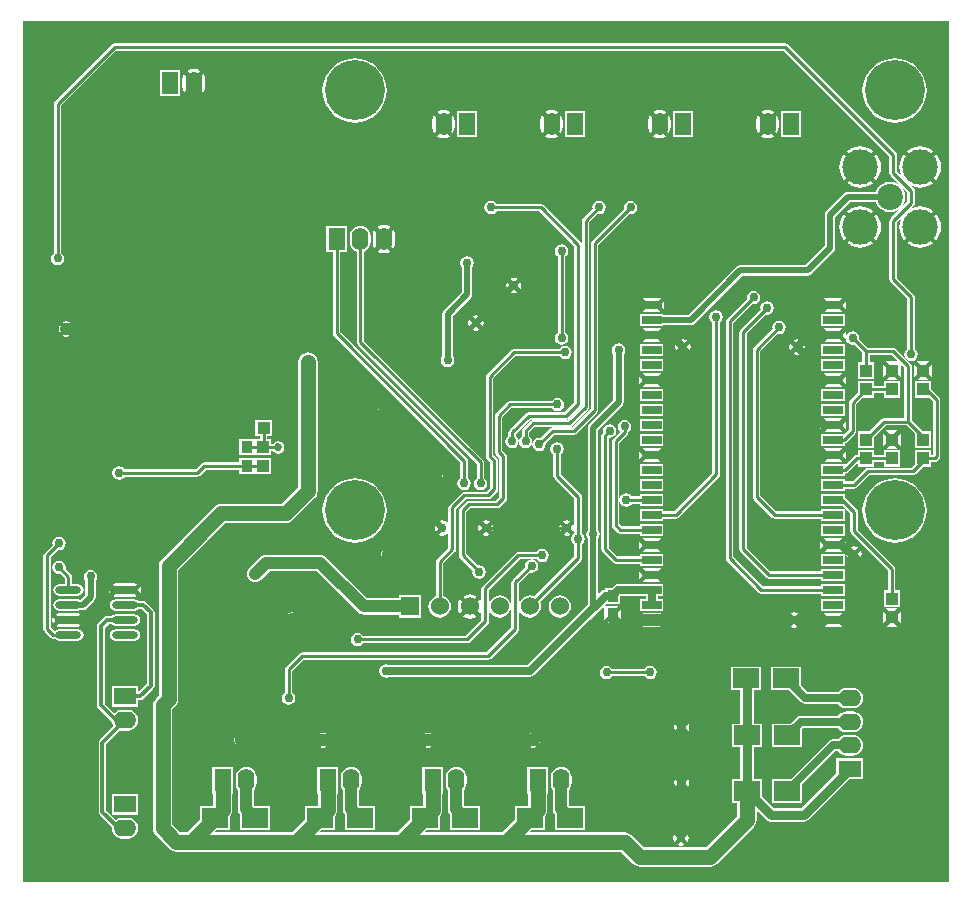
<source format=gbl>
G04 Layer_Physical_Order=2*
G04 Layer_Color=16711680*
%FSLAX25Y25*%
%MOIN*%
G70*
G01*
G75*
%ADD14R,0.03740X0.03937*%
%ADD24R,0.03937X0.04134*%
%ADD25R,0.04134X0.03937*%
%ADD31C,0.02000*%
%ADD32C,0.01000*%
%ADD33C,0.00800*%
%ADD34C,0.05000*%
%ADD35C,0.04000*%
%ADD36C,0.02500*%
%ADD37C,0.01200*%
%ADD38C,0.11811*%
%ADD39C,0.08661*%
%ADD40C,0.06000*%
%ADD41R,0.06000X0.06000*%
%ADD42R,0.05500X0.07500*%
%ADD43O,0.05500X0.07500*%
%ADD44O,0.07500X0.05500*%
%ADD45R,0.07500X0.05500*%
%ADD46C,0.03000*%
%ADD47C,0.20000*%
%ADD48C,0.02700*%
%ADD49C,0.01969*%
%ADD50R,0.06500X0.02800*%
%ADD51O,0.08661X0.02362*%
%ADD52R,0.08600X0.06500*%
%ADD53C,0.03000*%
G36*
X308500Y0D02*
X0D01*
Y287000D01*
X308500D01*
Y0D01*
D02*
G37*
%LPC*%
G36*
X56874Y271282D02*
X55895Y271153D01*
X54983Y270776D01*
X54800Y270635D01*
X56874Y268561D01*
X58948Y270635D01*
X58765Y270776D01*
X57853Y271153D01*
X56874Y271282D01*
D02*
G37*
G36*
X60009Y269574D02*
X57404Y266970D01*
X56874Y267500D01*
X56344Y266970D01*
X53739Y269574D01*
X53598Y269391D01*
X53220Y268479D01*
X53092Y267500D01*
Y265500D01*
X53220Y264521D01*
X53598Y263609D01*
X53739Y263426D01*
X56344Y266030D01*
X56874Y265500D01*
X57404Y266030D01*
X60009Y263426D01*
X60150Y263609D01*
X60527Y264521D01*
X60656Y265500D01*
Y267500D01*
X60527Y268479D01*
X60150Y269391D01*
X60009Y269574D01*
D02*
G37*
G36*
X52450Y270950D02*
X45550D01*
Y262050D01*
X52450D01*
Y270950D01*
D02*
G37*
G36*
X56874Y264439D02*
X54800Y262365D01*
X54983Y262224D01*
X55895Y261846D01*
X56874Y261718D01*
X57853Y261846D01*
X58765Y262224D01*
X58948Y262365D01*
X56874Y264439D01*
D02*
G37*
G36*
X248126Y257633D02*
X247147Y257504D01*
X246235Y257126D01*
X246052Y256985D01*
X248126Y254911D01*
X250200Y256985D01*
X250017Y257126D01*
X249105Y257504D01*
X248126Y257633D01*
D02*
G37*
G36*
X212126D02*
X211147Y257504D01*
X210235Y257126D01*
X210052Y256985D01*
X212126Y254911D01*
X214200Y256985D01*
X214017Y257126D01*
X213105Y257504D01*
X212126Y257633D01*
D02*
G37*
G36*
X176126D02*
X175147Y257504D01*
X174235Y257126D01*
X174052Y256985D01*
X176126Y254911D01*
X178200Y256985D01*
X178017Y257126D01*
X177105Y257504D01*
X176126Y257633D01*
D02*
G37*
G36*
X140126D02*
X139147Y257504D01*
X138235Y257126D01*
X138052Y256985D01*
X140126Y254911D01*
X142200Y256985D01*
X142017Y257126D01*
X141105Y257504D01*
X140126Y257633D01*
D02*
G37*
G36*
X290500Y274733D02*
X288821Y274601D01*
X287183Y274208D01*
X285627Y273563D01*
X284191Y272683D01*
X282911Y271589D01*
X281817Y270309D01*
X280937Y268873D01*
X280292Y267317D01*
X279899Y265679D01*
X279767Y264000D01*
X279899Y262321D01*
X280292Y260683D01*
X280937Y259127D01*
X281817Y257691D01*
X282911Y256411D01*
X284191Y255317D01*
X285627Y254437D01*
X287183Y253792D01*
X288821Y253399D01*
X290500Y253267D01*
X292179Y253399D01*
X293817Y253792D01*
X295373Y254437D01*
X296809Y255317D01*
X298089Y256411D01*
X299183Y257691D01*
X300063Y259127D01*
X300708Y260683D01*
X301101Y262321D01*
X301233Y264000D01*
X301101Y265679D01*
X300708Y267317D01*
X300063Y268873D01*
X299183Y270309D01*
X298089Y271589D01*
X296809Y272683D01*
X295373Y273563D01*
X293817Y274208D01*
X292179Y274601D01*
X290500Y274733D01*
D02*
G37*
G36*
X110500D02*
X108821Y274601D01*
X107183Y274208D01*
X105627Y273563D01*
X104191Y272683D01*
X102911Y271589D01*
X101817Y270309D01*
X100937Y268873D01*
X100292Y267317D01*
X99899Y265679D01*
X99767Y264000D01*
X99899Y262321D01*
X100292Y260683D01*
X100937Y259127D01*
X101817Y257691D01*
X102911Y256411D01*
X104191Y255317D01*
X105627Y254437D01*
X107183Y253792D01*
X108821Y253399D01*
X110500Y253267D01*
X112179Y253399D01*
X113817Y253792D01*
X115373Y254437D01*
X116809Y255317D01*
X118089Y256411D01*
X119183Y257691D01*
X120063Y259127D01*
X120708Y260683D01*
X121101Y262321D01*
X121233Y264000D01*
X121101Y265679D01*
X120708Y267317D01*
X120063Y268873D01*
X119183Y270309D01*
X118089Y271589D01*
X116809Y272683D01*
X115373Y273563D01*
X113817Y274208D01*
X112179Y274601D01*
X110500Y274733D01*
D02*
G37*
G36*
X244991Y255925D02*
X244850Y255742D01*
X244473Y254829D01*
X244344Y253850D01*
Y251850D01*
X244473Y250871D01*
X244850Y249959D01*
X244991Y249776D01*
X247596Y252381D01*
X248126Y251850D01*
X248656Y252381D01*
X251261Y249776D01*
X251402Y249959D01*
X251780Y250871D01*
X251908Y251850D01*
Y253850D01*
X251780Y254829D01*
X251402Y255742D01*
X251261Y255925D01*
X248656Y253320D01*
X248126Y253850D01*
X247596Y253320D01*
X244991Y255925D01*
D02*
G37*
G36*
X208991D02*
X208850Y255742D01*
X208472Y254829D01*
X208344Y253850D01*
Y251850D01*
X208472Y250871D01*
X208850Y249959D01*
X208991Y249776D01*
X211596Y252381D01*
X212126Y251850D01*
X212656Y252381D01*
X215261Y249776D01*
X215402Y249959D01*
X215779Y250871D01*
X215908Y251850D01*
Y253850D01*
X215779Y254829D01*
X215402Y255742D01*
X215261Y255925D01*
X212656Y253320D01*
X212126Y253850D01*
X211596Y253320D01*
X208991Y255925D01*
D02*
G37*
G36*
X172991D02*
X172850Y255742D01*
X172473Y254829D01*
X172344Y253850D01*
Y251850D01*
X172473Y250871D01*
X172850Y249959D01*
X172991Y249776D01*
X175596Y252381D01*
X176126Y251850D01*
X176656Y252381D01*
X179261Y249776D01*
X179402Y249959D01*
X179780Y250871D01*
X179908Y251850D01*
Y253850D01*
X179780Y254829D01*
X179402Y255742D01*
X179261Y255925D01*
X176656Y253320D01*
X176126Y253850D01*
X175596Y253320D01*
X172991Y255925D01*
D02*
G37*
G36*
X136991D02*
X136850Y255742D01*
X136472Y254829D01*
X136344Y253850D01*
Y251850D01*
X136472Y250871D01*
X136850Y249959D01*
X136991Y249776D01*
X139596Y252381D01*
X140126Y251850D01*
X140656Y252381D01*
X143261Y249776D01*
X143402Y249959D01*
X143780Y250871D01*
X143908Y251850D01*
Y253850D01*
X143780Y254829D01*
X143402Y255742D01*
X143261Y255925D01*
X140656Y253320D01*
X140126Y253850D01*
X139596Y253320D01*
X136991Y255925D01*
D02*
G37*
G36*
X259450Y257300D02*
X252550D01*
Y248400D01*
X259450D01*
Y257300D01*
D02*
G37*
G36*
X223450D02*
X216550D01*
Y248400D01*
X223450D01*
Y257300D01*
D02*
G37*
G36*
X187450D02*
X180550D01*
Y248400D01*
X187450D01*
Y257300D01*
D02*
G37*
G36*
X151450D02*
X144550D01*
Y248400D01*
X151450D01*
Y257300D01*
D02*
G37*
G36*
X248126Y250790D02*
X246052Y248715D01*
X246235Y248575D01*
X247147Y248197D01*
X248126Y248068D01*
X249105Y248197D01*
X250017Y248575D01*
X250200Y248715D01*
X248126Y250790D01*
D02*
G37*
G36*
X212126D02*
X210052Y248715D01*
X210235Y248575D01*
X211147Y248197D01*
X212126Y248068D01*
X213105Y248197D01*
X214017Y248575D01*
X214200Y248715D01*
X212126Y250790D01*
D02*
G37*
G36*
X176126D02*
X174052Y248715D01*
X174235Y248575D01*
X175147Y248197D01*
X176126Y248068D01*
X177105Y248197D01*
X178017Y248575D01*
X178200Y248715D01*
X176126Y250790D01*
D02*
G37*
G36*
X140126D02*
X138052Y248715D01*
X138235Y248575D01*
X139147Y248197D01*
X140126Y248068D01*
X141105Y248197D01*
X142017Y248575D01*
X142200Y248715D01*
X140126Y250790D01*
D02*
G37*
G36*
X299000Y245439D02*
X297646Y245306D01*
X296345Y244911D01*
X295145Y244269D01*
X294676Y243885D01*
X299000Y239561D01*
X303324Y243885D01*
X302855Y244269D01*
X301655Y244911D01*
X300354Y245306D01*
X299000Y245439D01*
D02*
G37*
G36*
X279000D02*
X277646Y245306D01*
X276345Y244911D01*
X275145Y244269D01*
X274676Y243885D01*
X279000Y239561D01*
X283324Y243885D01*
X282855Y244269D01*
X281655Y244911D01*
X280354Y245306D01*
X279000Y245439D01*
D02*
G37*
G36*
X304385Y242824D02*
X300061Y238500D01*
X304385Y234176D01*
X304769Y234645D01*
X305411Y235845D01*
X305806Y237146D01*
X305939Y238500D01*
X305806Y239854D01*
X305411Y241155D01*
X304769Y242355D01*
X304385Y242824D01*
D02*
G37*
G36*
X284385D02*
X280061Y238500D01*
X284385Y234176D01*
X284770Y234645D01*
X285411Y235845D01*
X285806Y237146D01*
X285939Y238500D01*
X285806Y239854D01*
X285411Y241155D01*
X284770Y242355D01*
X284385Y242824D01*
D02*
G37*
G36*
X273615D02*
X273231Y242355D01*
X272589Y241155D01*
X272194Y239854D01*
X272061Y238500D01*
X272194Y237146D01*
X272589Y235845D01*
X273231Y234645D01*
X273615Y234176D01*
X277939Y238500D01*
X273615Y242824D01*
D02*
G37*
G36*
X254000Y279724D02*
X30500D01*
X30032Y279630D01*
X29635Y279365D01*
X10635Y260365D01*
X10370Y259968D01*
X10277Y259500D01*
Y209828D01*
X9914Y209586D01*
X9428Y208858D01*
X9257Y208000D01*
X9428Y207142D01*
X9914Y206414D01*
X10642Y205928D01*
X11500Y205757D01*
X12358Y205928D01*
X13086Y206414D01*
X13572Y207142D01*
X13743Y208000D01*
X13572Y208858D01*
X13086Y209586D01*
X12723Y209828D01*
Y258993D01*
X31007Y277276D01*
X253493D01*
X288776Y241993D01*
Y236500D01*
X288870Y236032D01*
X289135Y235635D01*
X294777Y229993D01*
Y227007D01*
X289135Y221365D01*
X288870Y220968D01*
X288776Y220500D01*
Y201000D01*
X288870Y200532D01*
X289135Y200135D01*
X294777Y194493D01*
Y177828D01*
X294414Y177586D01*
X293928Y176858D01*
X293757Y176000D01*
X293928Y175142D01*
X294414Y174414D01*
X295142Y173928D01*
X296000Y173757D01*
X296858Y173928D01*
X297586Y174414D01*
X298072Y175142D01*
X298243Y176000D01*
X298072Y176858D01*
X297586Y177586D01*
X297223Y177828D01*
Y195000D01*
X297130Y195468D01*
X296865Y195865D01*
X291224Y201507D01*
Y219993D01*
X292823Y221593D01*
X292589Y221155D01*
X292194Y219854D01*
X292061Y218500D01*
X292194Y217146D01*
X292589Y215845D01*
X293231Y214645D01*
X293615Y214176D01*
X298470Y219030D01*
X303324Y223885D01*
X302855Y224270D01*
X301655Y224911D01*
X300354Y225306D01*
X299000Y225439D01*
X297646Y225306D01*
X296345Y224911D01*
X295907Y224677D01*
X296865Y225635D01*
X297130Y226032D01*
X297223Y226500D01*
Y230500D01*
X297130Y230968D01*
X296865Y231365D01*
X295907Y232323D01*
X296345Y232089D01*
X297646Y231694D01*
X299000Y231561D01*
X300354Y231694D01*
X301655Y232089D01*
X302855Y232731D01*
X303324Y233115D01*
X298470Y237970D01*
X293615Y242824D01*
X293231Y242355D01*
X292589Y241155D01*
X292194Y239854D01*
X292061Y238500D01*
X292194Y237146D01*
X292589Y235845D01*
X292823Y235407D01*
X291224Y237007D01*
Y242500D01*
X291130Y242968D01*
X290865Y243365D01*
X254865Y279365D01*
X254468Y279630D01*
X254000Y279724D01*
D02*
G37*
G36*
X279000Y237439D02*
X274676Y233115D01*
X275145Y232731D01*
X276345Y232089D01*
X277646Y231694D01*
X279000Y231561D01*
X280354Y231694D01*
X281655Y232089D01*
X282855Y232731D01*
X283324Y233115D01*
X279000Y237439D01*
D02*
G37*
G36*
X289000Y233574D02*
X287687Y233401D01*
X286463Y232894D01*
X285412Y232088D01*
X284606Y231037D01*
X284273Y230233D01*
X275000D01*
X274337Y230101D01*
X273774Y229726D01*
X267774Y223726D01*
X267399Y223163D01*
X267267Y222500D01*
Y212218D01*
X260782Y205733D01*
X239000D01*
X238337Y205601D01*
X237774Y205226D01*
X221782Y189233D01*
X213450D01*
Y189600D01*
X205550D01*
Y185400D01*
X213450D01*
Y185767D01*
X222500D01*
X223163Y185899D01*
X223726Y186274D01*
X239718Y202267D01*
X261500D01*
X262163Y202399D01*
X262726Y202774D01*
X270226Y210274D01*
X270601Y210837D01*
X270733Y211500D01*
Y221782D01*
X275718Y226767D01*
X284273D01*
X284606Y225963D01*
X285412Y224912D01*
X286463Y224106D01*
X287687Y223599D01*
X289000Y223426D01*
X290313Y223599D01*
X291537Y224106D01*
X292588Y224912D01*
X293394Y225963D01*
X293901Y227187D01*
X294074Y228500D01*
X293901Y229813D01*
X293394Y231037D01*
X292588Y232088D01*
X291537Y232894D01*
X290313Y233401D01*
X289000Y233574D01*
D02*
G37*
G36*
X202500Y227243D02*
X201642Y227072D01*
X200914Y226586D01*
X200428Y225858D01*
X200257Y225000D01*
X200342Y224572D01*
X189635Y213865D01*
X189370Y213468D01*
X189277Y213000D01*
Y158007D01*
X182993Y151724D01*
X176500D01*
X176032Y151630D01*
X175635Y151365D01*
X172428Y148158D01*
X172000Y148243D01*
X171142Y148072D01*
X170414Y147586D01*
X169928Y146858D01*
X169757Y146000D01*
X169928Y145142D01*
X170414Y144414D01*
X171142Y143928D01*
X172000Y143757D01*
X172858Y143928D01*
X173586Y144414D01*
X174072Y145142D01*
X174243Y146000D01*
X174158Y146428D01*
X177007Y149276D01*
X183500D01*
X183968Y149370D01*
X184365Y149635D01*
X191365Y156635D01*
X191630Y157032D01*
X191724Y157500D01*
Y212493D01*
X202072Y222842D01*
X202500Y222757D01*
X203358Y222928D01*
X204086Y223414D01*
X204572Y224142D01*
X204743Y225000D01*
X204572Y225858D01*
X204086Y226586D01*
X203358Y227072D01*
X202500Y227243D01*
D02*
G37*
G36*
X192000D02*
X191142Y227072D01*
X190414Y226586D01*
X189928Y225858D01*
X189757Y225000D01*
X189842Y224572D01*
X186635Y221365D01*
X186370Y220968D01*
X186276Y220500D01*
Y159007D01*
X181493Y154224D01*
X170000D01*
X169532Y154130D01*
X169135Y153865D01*
X166635Y151365D01*
X166370Y150968D01*
X166277Y150500D01*
Y148828D01*
X165914Y148586D01*
X165428Y147858D01*
X165257Y147000D01*
X165428Y146142D01*
X165914Y145414D01*
X166642Y144928D01*
X167500Y144757D01*
X168358Y144928D01*
X169086Y145414D01*
X169572Y146142D01*
X169743Y147000D01*
X169572Y147858D01*
X169086Y148586D01*
X168723Y148828D01*
Y149993D01*
X170507Y151777D01*
X182000D01*
X182468Y151870D01*
X182865Y152135D01*
X188365Y157635D01*
X188630Y158032D01*
X188724Y158500D01*
Y219993D01*
X191572Y222842D01*
X192000Y222757D01*
X192858Y222928D01*
X193586Y223414D01*
X194072Y224142D01*
X194243Y225000D01*
X194072Y225858D01*
X193586Y226586D01*
X192858Y227072D01*
X192000Y227243D01*
D02*
G37*
G36*
X279000Y225439D02*
X277646Y225306D01*
X276345Y224911D01*
X275145Y224270D01*
X274676Y223885D01*
X279000Y219561D01*
X283324Y223885D01*
X282855Y224270D01*
X281655Y224911D01*
X280354Y225306D01*
X279000Y225439D01*
D02*
G37*
G36*
X120248Y219282D02*
X119269Y219153D01*
X118357Y218776D01*
X118174Y218635D01*
X120248Y216561D01*
X122322Y218635D01*
X122139Y218776D01*
X121227Y219153D01*
X120248Y219282D01*
D02*
G37*
G36*
X123383Y217574D02*
X120778Y214970D01*
X120248Y215500D01*
X119718Y214970D01*
X117113Y217574D01*
X116972Y217391D01*
X116595Y216479D01*
X116466Y215500D01*
Y213500D01*
X116595Y212521D01*
X116972Y211609D01*
X117113Y211426D01*
X119718Y214030D01*
X120248Y213500D01*
X120778Y214030D01*
X123383Y211426D01*
X123524Y211609D01*
X123901Y212521D01*
X124030Y213500D01*
Y215500D01*
X123901Y216479D01*
X123524Y217391D01*
X123383Y217574D01*
D02*
G37*
G36*
X304385Y222824D02*
X300061Y218500D01*
X304385Y214176D01*
X304769Y214645D01*
X305411Y215845D01*
X305806Y217146D01*
X305939Y218500D01*
X305806Y219854D01*
X305411Y221155D01*
X304769Y222355D01*
X304385Y222824D01*
D02*
G37*
G36*
X284385D02*
X280061Y218500D01*
X284385Y214176D01*
X284770Y214645D01*
X285411Y215845D01*
X285806Y217146D01*
X285939Y218500D01*
X285806Y219854D01*
X285411Y221155D01*
X284770Y222355D01*
X284385Y222824D01*
D02*
G37*
G36*
X273615D02*
X273231Y222355D01*
X272589Y221155D01*
X272194Y219854D01*
X272061Y218500D01*
X272194Y217146D01*
X272589Y215845D01*
X273231Y214645D01*
X273615Y214176D01*
X277939Y218500D01*
X273615Y222824D01*
D02*
G37*
G36*
X299000Y217439D02*
X294676Y213115D01*
X295145Y212731D01*
X296345Y212089D01*
X297646Y211694D01*
X299000Y211561D01*
X300354Y211694D01*
X301655Y212089D01*
X302855Y212731D01*
X303324Y213115D01*
X299000Y217439D01*
D02*
G37*
G36*
X279000D02*
X274676Y213115D01*
X275145Y212731D01*
X276345Y212089D01*
X277646Y211694D01*
X279000Y211561D01*
X280354Y211694D01*
X281655Y212089D01*
X282855Y212731D01*
X283324Y213115D01*
X279000Y217439D01*
D02*
G37*
G36*
X120248Y212439D02*
X118174Y210365D01*
X118357Y210224D01*
X119269Y209846D01*
X120248Y209718D01*
X121227Y209846D01*
X122139Y210224D01*
X122322Y210365D01*
X120248Y212439D01*
D02*
G37*
G36*
X163500Y201549D02*
X162524Y201355D01*
X162333Y201227D01*
X163500Y200061D01*
X164667Y201227D01*
X164476Y201355D01*
X163500Y201549D01*
D02*
G37*
G36*
X165727Y200167D02*
X164561Y199000D01*
X165727Y197833D01*
X165855Y198024D01*
X166049Y199000D01*
X165855Y199976D01*
X165727Y200167D01*
D02*
G37*
G36*
X161273Y200167D02*
X161145Y199976D01*
X160951Y199000D01*
X161145Y198024D01*
X161273Y197833D01*
X162439Y199000D01*
X161273Y200167D01*
D02*
G37*
G36*
X163500Y197939D02*
X162333Y196773D01*
X162524Y196645D01*
X163500Y196451D01*
X164476Y196645D01*
X164667Y196773D01*
X163500Y197939D01*
D02*
G37*
G36*
X243500Y197243D02*
X242642Y197072D01*
X241914Y196586D01*
X241428Y195858D01*
X241257Y195000D01*
X241342Y194572D01*
X234635Y187865D01*
X234370Y187468D01*
X234277Y187000D01*
Y108000D01*
X234370Y107532D01*
X234635Y107135D01*
X245135Y96635D01*
X245532Y96370D01*
X246000Y96276D01*
X266050D01*
Y95400D01*
X273950D01*
Y99600D01*
X266050D01*
Y98724D01*
X246507D01*
X236723Y108507D01*
Y186493D01*
X243072Y192842D01*
X243500Y192757D01*
X244358Y192928D01*
X245086Y193414D01*
X245572Y194142D01*
X245743Y195000D01*
X245572Y195858D01*
X245086Y196586D01*
X244358Y197072D01*
X243500Y197243D01*
D02*
G37*
G36*
X265750Y193839D02*
Y191161D01*
X267089Y192500D01*
X265750Y193839D01*
D02*
G37*
G36*
X205250D02*
Y191161D01*
X206589Y192500D01*
X205250Y193839D01*
D02*
G37*
G36*
X274250Y193839D02*
X272911Y192500D01*
X274250Y191161D01*
Y193839D01*
D02*
G37*
G36*
X213750D02*
X212411Y192500D01*
X213750Y191161D01*
Y193839D01*
D02*
G37*
G36*
X273189Y194900D02*
X266811D01*
X268680Y193030D01*
X268150Y192500D01*
X268680Y191970D01*
X266811Y190100D01*
X273189D01*
X271320Y191970D01*
X271850Y192500D01*
X271320Y193030D01*
X273189Y194900D01*
D02*
G37*
G36*
X212689D02*
X206311D01*
X208180Y193030D01*
X207650Y192500D01*
X208180Y191970D01*
X206311Y190100D01*
X212689D01*
X210820Y191970D01*
X211350Y192500D01*
X210820Y193030D01*
X212689Y194900D01*
D02*
G37*
G36*
X248000Y193743D02*
X247142Y193572D01*
X246414Y193086D01*
X245928Y192358D01*
X245757Y191500D01*
X245842Y191072D01*
X239135Y184365D01*
X238870Y183968D01*
X238776Y183500D01*
Y111000D01*
X238870Y110532D01*
X239135Y110135D01*
X247635Y101635D01*
X247873Y101476D01*
X248032Y101370D01*
X248500Y101277D01*
X266050D01*
Y100400D01*
X273950D01*
Y104600D01*
X266050D01*
Y103724D01*
X249007D01*
X241224Y111507D01*
Y182993D01*
X247572Y189342D01*
X248000Y189257D01*
X248858Y189428D01*
X249586Y189914D01*
X250072Y190642D01*
X250243Y191500D01*
X250072Y192358D01*
X249586Y193086D01*
X248858Y193572D01*
X248000Y193743D01*
D02*
G37*
G36*
X151000Y189049D02*
X150024Y188855D01*
X149833Y188727D01*
X151000Y187561D01*
X152167Y188727D01*
X151976Y188855D01*
X151000Y189049D01*
D02*
G37*
G36*
X14350Y187049D02*
X13375Y186855D01*
X13184Y186727D01*
X14350Y185561D01*
X15517Y186727D01*
X15326Y186855D01*
X14350Y187049D01*
D02*
G37*
G36*
X273950Y189600D02*
X266050D01*
Y185400D01*
X273950D01*
Y189600D01*
D02*
G37*
G36*
X153227Y187667D02*
X152061Y186500D01*
X153227Y185333D01*
X153355Y185524D01*
X153549Y186500D01*
X153355Y187476D01*
X153227Y187667D01*
D02*
G37*
G36*
X148773Y187667D02*
X148645Y187476D01*
X148451Y186500D01*
X148645Y185524D01*
X148773Y185333D01*
X149939Y186500D01*
X148773Y187667D01*
D02*
G37*
G36*
X151000Y185439D02*
X149833Y184273D01*
X150024Y184145D01*
X151000Y183951D01*
X151976Y184145D01*
X152167Y184273D01*
X151000Y185439D01*
D02*
G37*
G36*
X16578Y185667D02*
X15411Y184500D01*
X16578Y183333D01*
X16705Y183525D01*
X16899Y184500D01*
X16705Y185476D01*
X16578Y185667D01*
D02*
G37*
G36*
X12123Y185667D02*
X11995Y185476D01*
X11801Y184500D01*
X11995Y183525D01*
X12123Y183333D01*
X13290Y184500D01*
X12123Y185667D01*
D02*
G37*
G36*
X252000Y187243D02*
X251142Y187072D01*
X250414Y186586D01*
X249928Y185858D01*
X249757Y185000D01*
X249842Y184572D01*
X243635Y178365D01*
X243370Y177968D01*
X243277Y177500D01*
Y128500D01*
X243370Y128032D01*
X243635Y127635D01*
X249635Y121635D01*
X250032Y121370D01*
X250500Y121276D01*
X266050D01*
Y120400D01*
X273950D01*
Y124600D01*
X266050D01*
Y123723D01*
X251007D01*
X245724Y129007D01*
Y176993D01*
X251572Y182842D01*
X252000Y182757D01*
X252858Y182928D01*
X253586Y183414D01*
X254072Y184142D01*
X254243Y185000D01*
X254072Y185858D01*
X253586Y186586D01*
X252858Y187072D01*
X252000Y187243D01*
D02*
G37*
G36*
X14350Y183439D02*
X13184Y182273D01*
X13375Y182145D01*
X14350Y181951D01*
X15326Y182145D01*
X15517Y182273D01*
X14350Y183439D01*
D02*
G37*
G36*
X265750Y183839D02*
Y181161D01*
X267089Y182500D01*
X265750Y183839D01*
D02*
G37*
G36*
X205250D02*
Y181161D01*
X206589Y182500D01*
X205250Y183839D01*
D02*
G37*
G36*
X213750Y183839D02*
X212411Y182500D01*
X213750Y181161D01*
Y183839D01*
D02*
G37*
G36*
X274250D02*
X272911Y182500D01*
X274250Y181161D01*
Y183839D01*
D02*
G37*
G36*
X273189Y184900D02*
X266811D01*
X268680Y183030D01*
X268150Y182500D01*
X268680Y181970D01*
X266811Y180100D01*
X273189D01*
X271320Y181970D01*
X271850Y182500D01*
X271320Y183030D01*
X273189Y184900D01*
D02*
G37*
G36*
X212689D02*
X206311D01*
X208180Y183030D01*
X207650Y182500D01*
X208180Y181970D01*
X206311Y180100D01*
X212689D01*
X210820Y181970D01*
X211350Y182500D01*
X210820Y183030D01*
X212689Y184900D01*
D02*
G37*
G36*
X258000Y181049D02*
X257025Y180855D01*
X256833Y180727D01*
X258000Y179561D01*
X259167Y180727D01*
X258976Y180855D01*
X258000Y181049D01*
D02*
G37*
G36*
X220000D02*
X219024Y180855D01*
X218833Y180727D01*
X220000Y179561D01*
X221167Y180727D01*
X220975Y180855D01*
X220000Y181049D01*
D02*
G37*
G36*
X179500Y212743D02*
X178642Y212572D01*
X177914Y212086D01*
X177428Y211358D01*
X177257Y210500D01*
X177428Y209642D01*
X177914Y208914D01*
X178277Y208672D01*
Y183328D01*
X177914Y183086D01*
X177428Y182358D01*
X177257Y181500D01*
X177428Y180642D01*
X177914Y179914D01*
X178642Y179428D01*
X179500Y179257D01*
X180358Y179428D01*
X181086Y179914D01*
X181572Y180642D01*
X181743Y181500D01*
X181572Y182358D01*
X181086Y183086D01*
X180724Y183328D01*
Y208672D01*
X181086Y208914D01*
X181572Y209642D01*
X181743Y210500D01*
X181572Y211358D01*
X181086Y212086D01*
X180358Y212572D01*
X179500Y212743D01*
D02*
G37*
G36*
X260227Y179667D02*
X259061Y178500D01*
X260227Y177333D01*
X260355Y177524D01*
X260549Y178500D01*
X260355Y179475D01*
X260227Y179667D01*
D02*
G37*
G36*
X222227D02*
X221061Y178500D01*
X222227Y177333D01*
X222355Y177524D01*
X222549Y178500D01*
X222355Y179475D01*
X222227Y179667D01*
D02*
G37*
G36*
X255773Y179667D02*
X255645Y179475D01*
X255451Y178500D01*
X255645Y177524D01*
X255773Y177333D01*
X256939Y178500D01*
X255773Y179667D01*
D02*
G37*
G36*
X217773D02*
X217645Y179475D01*
X217451Y178500D01*
X217645Y177524D01*
X217773Y177333D01*
X218939Y178500D01*
X217773Y179667D01*
D02*
G37*
G36*
X258000Y177439D02*
X256833Y176273D01*
X257025Y176145D01*
X258000Y175951D01*
X258976Y176145D01*
X259167Y176273D01*
X258000Y177439D01*
D02*
G37*
G36*
X220000D02*
X218833Y176273D01*
X219024Y176145D01*
X220000Y175951D01*
X220975Y176145D01*
X221167Y176273D01*
X220000Y177439D01*
D02*
G37*
G36*
X273950Y179600D02*
X266050D01*
Y175400D01*
X273950D01*
Y179600D01*
D02*
G37*
G36*
X213450D02*
X205550D01*
Y175400D01*
X213450D01*
Y179600D01*
D02*
G37*
G36*
X180677Y178920D02*
X179819Y178750D01*
X179091Y178263D01*
X178849Y177901D01*
X163677D01*
X163209Y177808D01*
X162812Y177542D01*
X154635Y169365D01*
X154370Y168968D01*
X154277Y168500D01*
Y142000D01*
X154370Y141532D01*
X154635Y141135D01*
X155777Y139993D01*
Y131507D01*
X154493Y130224D01*
X147000D01*
X146532Y130130D01*
X146135Y129865D01*
X142135Y125865D01*
X141870Y125468D01*
X141777Y125000D01*
Y119594D01*
X141503Y120003D01*
X140676Y120556D01*
X139701Y120750D01*
X138725Y120556D01*
X138534Y120428D01*
X140231Y118731D01*
X139701Y118201D01*
X140231Y117671D01*
X138534Y115974D01*
X138725Y115846D01*
X139701Y115652D01*
X140676Y115846D01*
X141503Y116398D01*
X141777Y116807D01*
Y111507D01*
X137985Y107716D01*
X137720Y107319D01*
X137627Y106850D01*
Y95498D01*
X136984Y95232D01*
X136212Y94639D01*
X135618Y93866D01*
X135246Y92966D01*
X135118Y92000D01*
X135246Y91034D01*
X135618Y90134D01*
X136212Y89361D01*
X136984Y88768D01*
X137884Y88395D01*
X138850Y88268D01*
X139816Y88395D01*
X140716Y88768D01*
X141489Y89361D01*
X142082Y90134D01*
X142455Y91034D01*
X142582Y92000D01*
X142455Y92966D01*
X142082Y93866D01*
X141489Y94639D01*
X140716Y95232D01*
X140074Y95498D01*
Y106344D01*
X143865Y110135D01*
X144130Y110532D01*
X144223Y111000D01*
Y124493D01*
X147507Y127777D01*
X155000D01*
X155468Y127870D01*
X155865Y128135D01*
X157865Y130135D01*
X158130Y130532D01*
X158223Y131000D01*
Y140500D01*
X158130Y140968D01*
X157865Y141365D01*
X156723Y142507D01*
Y167993D01*
X164184Y175454D01*
X178849D01*
X179091Y175091D01*
X179819Y174605D01*
X180677Y174434D01*
X181536Y174605D01*
X182263Y175091D01*
X182749Y175819D01*
X182920Y176677D01*
X182749Y177536D01*
X182263Y178263D01*
X181536Y178750D01*
X180677Y178920D01*
D02*
G37*
G36*
X301908Y173716D02*
X298092D01*
X300000Y171809D01*
X301908Y173716D01*
D02*
G37*
G36*
X148000Y208743D02*
X147142Y208572D01*
X146414Y208086D01*
X145928Y207358D01*
X145757Y206500D01*
X145928Y205642D01*
X146267Y205134D01*
Y196718D01*
X140274Y190726D01*
X139899Y190163D01*
X139767Y189500D01*
Y175366D01*
X139428Y174858D01*
X139257Y174000D01*
X139428Y173142D01*
X139914Y172414D01*
X140642Y171928D01*
X141500Y171757D01*
X142358Y171928D01*
X143086Y172414D01*
X143572Y173142D01*
X143743Y174000D01*
X143572Y174858D01*
X143233Y175366D01*
Y188782D01*
X149226Y194774D01*
X149601Y195337D01*
X149733Y196000D01*
Y205134D01*
X150072Y205642D01*
X150243Y206500D01*
X150072Y207358D01*
X149586Y208086D01*
X148858Y208572D01*
X148000Y208743D01*
D02*
G37*
G36*
X300000Y170748D02*
X299902Y170650D01*
X300000Y170551D01*
X300098Y170650D01*
X300000Y170748D01*
D02*
G37*
G36*
X273950Y174600D02*
X266050D01*
Y170400D01*
X273950D01*
Y174600D01*
D02*
G37*
G36*
X213450D02*
X205550D01*
Y170400D01*
X213450D01*
Y174600D01*
D02*
G37*
G36*
X297031Y172656D02*
Y168643D01*
X299038Y170650D01*
X297031Y172656D01*
D02*
G37*
G36*
X286531D02*
Y168643D01*
X288538Y170650D01*
X286531Y172656D01*
D02*
G37*
G36*
X302969Y172656D02*
X300962Y170650D01*
X302969Y168643D01*
Y172656D01*
D02*
G37*
G36*
X300000Y169491D02*
X298092Y167583D01*
X301908D01*
X300000Y169491D01*
D02*
G37*
G36*
X289500D02*
X287592Y167583D01*
X291408D01*
X289500Y169491D01*
D02*
G37*
G36*
X205250Y168839D02*
Y166161D01*
X206589Y167500D01*
X205250Y168839D01*
D02*
G37*
G36*
X265750D02*
Y166161D01*
X267089Y167500D01*
X265750Y168839D01*
D02*
G37*
G36*
X213750Y168839D02*
X212411Y167500D01*
X213750Y166161D01*
Y168839D01*
D02*
G37*
G36*
X274250D02*
X272911Y167500D01*
X274250Y166161D01*
Y168839D01*
D02*
G37*
G36*
X292168Y167117D02*
X286831D01*
Y165574D01*
X283668D01*
Y167117D01*
X278331D01*
Y163412D01*
X275635Y160715D01*
X275370Y160319D01*
X275276Y159850D01*
Y151007D01*
X273870Y149600D01*
X266050D01*
Y145400D01*
X273950D01*
Y146366D01*
X273968Y146370D01*
X274365Y146635D01*
X277365Y149635D01*
X277630Y150032D01*
X277724Y150500D01*
Y159344D01*
X279963Y161583D01*
X283668D01*
Y163127D01*
X286831D01*
Y161583D01*
X292168D01*
Y167117D01*
D02*
G37*
G36*
X273189Y169900D02*
X266811D01*
X268680Y168030D01*
X268150Y167500D01*
X268680Y166970D01*
X266811Y165100D01*
X273189D01*
X271320Y166970D01*
X271850Y167500D01*
X271320Y168030D01*
X273189Y169900D01*
D02*
G37*
G36*
X212689D02*
X206311D01*
X208180Y168030D01*
X207650Y167500D01*
X208180Y166970D01*
X206311Y165100D01*
X212689D01*
X210820Y166970D01*
X211350Y167500D01*
X210820Y168030D01*
X212689Y169900D01*
D02*
G37*
G36*
X119500Y162549D02*
X118525Y162355D01*
X118333Y162227D01*
X119500Y161061D01*
X120667Y162227D01*
X120475Y162355D01*
X119500Y162549D01*
D02*
G37*
G36*
X273950Y164600D02*
X266050D01*
Y160400D01*
X273950D01*
Y164600D01*
D02*
G37*
G36*
X213450D02*
X205550D01*
Y160400D01*
X213450D01*
Y164600D01*
D02*
G37*
G36*
X121727Y161167D02*
X120561Y160000D01*
X121727Y158833D01*
X121855Y159025D01*
X122049Y160000D01*
X121855Y160976D01*
X121727Y161167D01*
D02*
G37*
G36*
X117273Y161167D02*
X117145Y160976D01*
X116951Y160000D01*
X117145Y159025D01*
X117273Y158833D01*
X118439Y160000D01*
X117273Y161167D01*
D02*
G37*
G36*
X119500Y158939D02*
X118333Y157773D01*
X118525Y157645D01*
X119500Y157451D01*
X120475Y157645D01*
X120667Y157773D01*
X119500Y158939D01*
D02*
G37*
G36*
X178110Y161633D02*
X177252Y161462D01*
X176524Y160976D01*
X176282Y160613D01*
X162390D01*
X161922Y160520D01*
X161525Y160255D01*
X157635Y156365D01*
X157370Y155968D01*
X157276Y155500D01*
Y143500D01*
X157370Y143032D01*
X157635Y142635D01*
X158776Y141493D01*
Y128507D01*
X157493Y127224D01*
X148500D01*
X148032Y127130D01*
X147635Y126865D01*
X145635Y124865D01*
X145370Y124468D01*
X145276Y124000D01*
Y109000D01*
X145370Y108532D01*
X145635Y108135D01*
X149842Y103928D01*
X149757Y103500D01*
X149928Y102642D01*
X150414Y101914D01*
X151142Y101428D01*
X152000Y101257D01*
X152858Y101428D01*
X153586Y101914D01*
X154072Y102642D01*
X154243Y103500D01*
X154072Y104358D01*
X153586Y105086D01*
X152858Y105572D01*
X152000Y105743D01*
X151572Y105658D01*
X147723Y109507D01*
Y123493D01*
X149007Y124776D01*
X158000D01*
X158468Y124870D01*
X158865Y125135D01*
X160865Y127135D01*
X161130Y127532D01*
X161223Y128000D01*
Y142000D01*
X161130Y142468D01*
X160865Y142865D01*
X159723Y144007D01*
Y154993D01*
X162897Y158166D01*
X176282D01*
X176524Y157804D01*
X177252Y157317D01*
X178110Y157147D01*
X178969Y157317D01*
X179696Y157804D01*
X180183Y158531D01*
X180353Y159390D01*
X180183Y160248D01*
X179696Y160976D01*
X178969Y161462D01*
X178110Y161633D01*
D02*
G37*
G36*
X273950Y159600D02*
X266050D01*
Y155400D01*
X273950D01*
Y159600D01*
D02*
G37*
G36*
X213450D02*
X205550D01*
Y155400D01*
X213450D01*
Y159600D01*
D02*
G37*
G36*
X265750Y153839D02*
Y151161D01*
X267089Y152500D01*
X265750Y153839D01*
D02*
G37*
G36*
X274250Y153839D02*
X272911Y152500D01*
X274250Y151161D01*
Y153839D01*
D02*
G37*
G36*
X213450Y154600D02*
X205550D01*
Y150400D01*
X213450D01*
Y154600D01*
D02*
G37*
G36*
X273189Y154900D02*
X266811D01*
X268680Y153030D01*
X268150Y152500D01*
X268680Y151970D01*
X266811Y150100D01*
X273189D01*
X271320Y151970D01*
X271850Y152500D01*
X271320Y153030D01*
X273189Y154900D01*
D02*
G37*
G36*
X291408Y150716D02*
X287592D01*
X289500Y148809D01*
X291408Y150716D01*
D02*
G37*
G36*
X195500Y152743D02*
X194642Y152572D01*
X193914Y152086D01*
X193428Y151358D01*
X193257Y150500D01*
X193342Y150072D01*
X193135Y149865D01*
X192870Y149468D01*
X192777Y149000D01*
Y111000D01*
X192870Y110532D01*
X193135Y110135D01*
X196635Y106635D01*
X197032Y106370D01*
X197500Y106277D01*
X205550D01*
Y105400D01*
X213450D01*
Y109600D01*
X205550D01*
Y108723D01*
X198007D01*
X195223Y111507D01*
Y148312D01*
X195500Y148257D01*
X196358Y148428D01*
X197086Y148914D01*
X197572Y149642D01*
X197743Y150500D01*
X197572Y151358D01*
X197086Y152086D01*
X196358Y152572D01*
X195500Y152743D01*
D02*
G37*
G36*
X289500Y147748D02*
X289402Y147650D01*
X289500Y147551D01*
X289598Y147650D01*
X289500Y147748D01*
D02*
G37*
G36*
X82916Y154168D02*
X77383D01*
Y148831D01*
X78926D01*
Y147916D01*
X77332D01*
Y146223D01*
X77070D01*
Y147818D01*
X71930D01*
Y142481D01*
X77070D01*
Y143777D01*
X77332D01*
Y142383D01*
X82669D01*
Y143777D01*
X83352D01*
X83522Y143522D01*
X84200Y143069D01*
X85000Y142910D01*
X85800Y143069D01*
X86478Y143522D01*
X86931Y144200D01*
X87090Y145000D01*
X86931Y145800D01*
X86478Y146478D01*
X86000Y146797D01*
X85800Y146931D01*
X85000Y147090D01*
X84200Y146931D01*
X83522Y146478D01*
X83352Y146223D01*
X82669D01*
Y147916D01*
X81373D01*
Y148831D01*
X82916D01*
Y154168D01*
D02*
G37*
G36*
X286531Y149656D02*
Y145643D01*
X288538Y147650D01*
X286531Y149656D01*
D02*
G37*
G36*
X292469Y149656D02*
X290462Y147650D01*
X292469Y145643D01*
Y149656D01*
D02*
G37*
G36*
X213450Y149600D02*
X205550D01*
Y145400D01*
X213450D01*
Y149600D01*
D02*
G37*
G36*
X276500Y183743D02*
X275642Y183572D01*
X274914Y183086D01*
X274428Y182358D01*
X274257Y181500D01*
X274428Y180642D01*
X274914Y179914D01*
X275642Y179428D01*
X276500Y179257D01*
X276928Y179342D01*
X279777Y176493D01*
Y173416D01*
X278331D01*
Y167883D01*
X283668D01*
Y173416D01*
X282224D01*
Y175777D01*
X289493D01*
X291553Y173716D01*
X287592D01*
X290030Y171278D01*
X289402Y170650D01*
X289500Y170551D01*
X290030Y171081D01*
X292469Y168643D01*
Y172801D01*
X293776Y171493D01*
Y154873D01*
X287000D01*
X286532Y154780D01*
X286135Y154515D01*
X282037Y150417D01*
X278331D01*
Y144883D01*
X283668D01*
Y148588D01*
X287507Y152426D01*
X294493D01*
X297332Y149588D01*
Y144883D01*
X302668D01*
Y150417D01*
X299963D01*
X296223Y154156D01*
Y172000D01*
X296130Y172468D01*
X295865Y172865D01*
X290865Y177865D01*
X290468Y178130D01*
X290000Y178224D01*
X281507D01*
X278658Y181072D01*
X278743Y181500D01*
X278572Y182358D01*
X278086Y183086D01*
X277358Y183572D01*
X276500Y183743D01*
D02*
G37*
G36*
X156000Y227243D02*
X155142Y227072D01*
X154414Y226586D01*
X153928Y225858D01*
X153757Y225000D01*
X153928Y224142D01*
X154414Y223414D01*
X155142Y222928D01*
X156000Y222757D01*
X156858Y222928D01*
X157586Y223414D01*
X157828Y223777D01*
X171993D01*
X183776Y211993D01*
Y160007D01*
X180493Y156723D01*
X168500D01*
X168032Y156630D01*
X167635Y156365D01*
X162135Y150865D01*
X161870Y150468D01*
X161776Y150000D01*
Y148828D01*
X161414Y148586D01*
X160928Y147858D01*
X160757Y147000D01*
X160928Y146142D01*
X161414Y145414D01*
X162142Y144928D01*
X163000Y144757D01*
X163858Y144928D01*
X164586Y145414D01*
X165072Y146142D01*
X165243Y147000D01*
X165072Y147858D01*
X164586Y148586D01*
X164224Y148828D01*
Y149493D01*
X169007Y154277D01*
X181000D01*
X181468Y154370D01*
X181865Y154635D01*
X185865Y158635D01*
X186130Y159032D01*
X186223Y159500D01*
Y212500D01*
X186130Y212968D01*
X185865Y213365D01*
X173365Y225865D01*
X172968Y226130D01*
X172500Y226223D01*
X157828D01*
X157586Y226586D01*
X156858Y227072D01*
X156000Y227243D01*
D02*
G37*
G36*
X289500Y146491D02*
X287592Y144583D01*
X291408D01*
X289500Y146491D01*
D02*
G37*
G36*
X292168Y144117D02*
X286831D01*
Y142574D01*
X283668D01*
Y144117D01*
X278331D01*
Y142574D01*
X277850D01*
X277382Y142481D01*
X276985Y142216D01*
X273950Y139180D01*
Y139600D01*
X266050D01*
Y135400D01*
X273950D01*
Y136276D01*
X274000D01*
X274468Y136370D01*
X274865Y136635D01*
X278331Y140101D01*
Y138584D01*
X283668D01*
Y140127D01*
X286831D01*
Y138584D01*
X292168D01*
Y144117D01*
D02*
G37*
G36*
X302668Y167117D02*
X297332D01*
Y161583D01*
X302037D01*
X303276Y160344D01*
Y142574D01*
X302668D01*
Y144117D01*
X297332D01*
Y139412D01*
X296143Y138224D01*
X281500D01*
X281032Y138130D01*
X280635Y137865D01*
X276493Y133723D01*
X273950D01*
Y134600D01*
X266050D01*
Y130400D01*
X273950D01*
Y131277D01*
X277000D01*
X277468Y131370D01*
X277865Y131635D01*
X282007Y135776D01*
X296650D01*
X297118Y135870D01*
X297515Y136135D01*
X299963Y138584D01*
X302668D01*
Y140127D01*
X303850D01*
X304319Y140220D01*
X304715Y140485D01*
X305365Y141135D01*
X305630Y141532D01*
X305724Y142000D01*
Y160850D01*
X305630Y161319D01*
X305365Y161716D01*
X302668Y164412D01*
Y167117D01*
D02*
G37*
G36*
X205250Y143839D02*
Y141161D01*
X206589Y142500D01*
X205250Y143839D01*
D02*
G37*
G36*
X265750D02*
Y141161D01*
X267089Y142500D01*
X265750Y143839D01*
D02*
G37*
G36*
X213750Y143839D02*
X212411Y142500D01*
X213750Y141161D01*
Y143839D01*
D02*
G37*
G36*
X274250D02*
X272911Y142500D01*
X274250Y141161D01*
Y143839D01*
D02*
G37*
G36*
X273189Y144900D02*
X266811D01*
X268680Y143030D01*
X268150Y142500D01*
X268680Y141970D01*
X266811Y140100D01*
X273189D01*
X271320Y141970D01*
X271850Y142500D01*
X271320Y143030D01*
X273189Y144900D01*
D02*
G37*
G36*
X212689D02*
X206311D01*
X208180Y143030D01*
X207650Y142500D01*
X208180Y141970D01*
X206311Y140100D01*
X212689D01*
X210820Y141970D01*
X211350Y142500D01*
X210820Y143030D01*
X212689Y144900D01*
D02*
G37*
G36*
X82669Y141617D02*
X77332D01*
Y140074D01*
X77070D01*
Y141519D01*
X71930D01*
Y140074D01*
X60350D01*
X59882Y139981D01*
X59485Y139716D01*
X57493Y137724D01*
X33828D01*
X33586Y138086D01*
X32858Y138572D01*
X32000Y138743D01*
X31142Y138572D01*
X30414Y138086D01*
X29928Y137358D01*
X29757Y136500D01*
X29928Y135642D01*
X30414Y134914D01*
X31142Y134428D01*
X32000Y134257D01*
X32858Y134428D01*
X33586Y134914D01*
X33828Y135276D01*
X58000D01*
X58468Y135370D01*
X58865Y135635D01*
X60857Y137627D01*
X71930D01*
Y136182D01*
X77070D01*
Y137627D01*
X77332D01*
Y136083D01*
X82669D01*
Y141617D01*
D02*
G37*
G36*
X137350Y138049D02*
X136375Y137855D01*
X136184Y137727D01*
X137350Y136561D01*
X138517Y137727D01*
X138326Y137855D01*
X137350Y138049D01*
D02*
G37*
G36*
X213450Y139600D02*
X205550D01*
Y135400D01*
X213450D01*
Y139600D01*
D02*
G37*
G36*
X139578Y136667D02*
X138411Y135500D01*
X139578Y134333D01*
X139705Y134525D01*
X139899Y135500D01*
X139705Y136476D01*
X139578Y136667D01*
D02*
G37*
G36*
X135123Y136667D02*
X134995Y136476D01*
X134801Y135500D01*
X134995Y134525D01*
X135123Y134333D01*
X136290Y135500D01*
X135123Y136667D01*
D02*
G37*
G36*
X137350Y134439D02*
X136184Y133273D01*
X136375Y133145D01*
X137350Y132951D01*
X138326Y133145D01*
X138517Y133273D01*
X137350Y134439D01*
D02*
G37*
G36*
X112374Y218980D02*
X111473Y218861D01*
X110634Y218514D01*
X109913Y217961D01*
X109360Y217240D01*
X109013Y216401D01*
X108894Y215500D01*
Y213500D01*
X109013Y212599D01*
X109360Y211760D01*
X109913Y211039D01*
X110634Y210486D01*
X111151Y210273D01*
Y180126D01*
X111244Y179658D01*
X111509Y179261D01*
X151277Y139493D01*
Y134828D01*
X150914Y134586D01*
X150428Y133858D01*
X150257Y133000D01*
X150428Y132142D01*
X150914Y131414D01*
X151642Y130928D01*
X152500Y130757D01*
X153358Y130928D01*
X154086Y131414D01*
X154572Y132142D01*
X154743Y133000D01*
X154572Y133858D01*
X154086Y134586D01*
X153724Y134828D01*
Y140000D01*
X153630Y140468D01*
X153365Y140865D01*
X113598Y180633D01*
Y210273D01*
X114114Y210486D01*
X114835Y211039D01*
X115388Y211760D01*
X115735Y212599D01*
X115854Y213500D01*
Y215500D01*
X115735Y216401D01*
X115388Y217240D01*
X114835Y217961D01*
X114114Y218514D01*
X113275Y218861D01*
X112374Y218980D01*
D02*
G37*
G36*
X107950Y218950D02*
X101050D01*
Y210050D01*
X103277D01*
Y183000D01*
X103370Y182532D01*
X103635Y182135D01*
X145776Y139993D01*
Y134828D01*
X145414Y134586D01*
X144928Y133858D01*
X144757Y133000D01*
X144928Y132142D01*
X145414Y131414D01*
X146142Y130928D01*
X147000Y130757D01*
X147858Y130928D01*
X148586Y131414D01*
X149072Y132142D01*
X149243Y133000D01*
X149072Y133858D01*
X148586Y134586D01*
X148223Y134828D01*
Y140500D01*
X148130Y140968D01*
X147865Y141365D01*
X105724Y183507D01*
Y210050D01*
X107950D01*
Y218950D01*
D02*
G37*
G36*
X213450Y134600D02*
X205550D01*
Y130400D01*
X213450D01*
Y134600D01*
D02*
G37*
G36*
X201000Y129743D02*
X200142Y129572D01*
X199414Y129086D01*
X198928Y128358D01*
X198757Y127500D01*
X198928Y126642D01*
X199414Y125914D01*
X200142Y125428D01*
X201000Y125257D01*
X201858Y125428D01*
X202586Y125914D01*
X202828Y126277D01*
X205550D01*
Y125400D01*
X213450D01*
Y129600D01*
X205550D01*
Y128724D01*
X202828D01*
X202586Y129086D01*
X201858Y129572D01*
X201000Y129743D01*
D02*
G37*
G36*
X231000Y190743D02*
X230142Y190572D01*
X229414Y190086D01*
X228928Y189358D01*
X228757Y188500D01*
X228928Y187642D01*
X229414Y186914D01*
X229777Y186672D01*
Y136507D01*
X216993Y123723D01*
X213450D01*
Y124600D01*
X205550D01*
Y120400D01*
X213450D01*
Y121276D01*
X217500D01*
X217968Y121370D01*
X218365Y121635D01*
X231865Y135135D01*
X232130Y135532D01*
X232224Y136000D01*
Y186672D01*
X232586Y186914D01*
X233072Y187642D01*
X233243Y188500D01*
X233072Y189358D01*
X232586Y190086D01*
X231858Y190572D01*
X231000Y190743D01*
D02*
G37*
G36*
X181201Y120750D02*
X180225Y120556D01*
X180034Y120428D01*
X181201Y119262D01*
X182367Y120428D01*
X182176Y120556D01*
X181201Y120750D01*
D02*
G37*
G36*
X154299D02*
X153324Y120556D01*
X153133Y120428D01*
X154299Y119262D01*
X155466Y120428D01*
X155275Y120556D01*
X154299Y120750D01*
D02*
G37*
G36*
X183428Y119367D02*
X182262Y118201D01*
X183428Y117034D01*
X183556Y117225D01*
X183750Y118201D01*
X183556Y119176D01*
X183428Y119367D01*
D02*
G37*
G36*
X156526D02*
X155360Y118201D01*
X156526Y117034D01*
X156654Y117225D01*
X156848Y118201D01*
X156654Y119176D01*
X156526Y119367D01*
D02*
G37*
G36*
X178974Y119367D02*
X178846Y119176D01*
X178652Y118201D01*
X178846Y117225D01*
X178974Y117034D01*
X180140Y118201D01*
X178974Y119367D01*
D02*
G37*
G36*
X152072D02*
X151944Y119176D01*
X151750Y118201D01*
X151944Y117225D01*
X152072Y117034D01*
X153238Y118201D01*
X152072Y119367D01*
D02*
G37*
G36*
X137474D02*
X137346Y119176D01*
X137152Y118201D01*
X137346Y117225D01*
X137474Y117034D01*
X138640Y118201D01*
X137474Y119367D01*
D02*
G37*
G36*
X181201Y117140D02*
X180034Y115974D01*
X180225Y115846D01*
X181201Y115652D01*
X182176Y115846D01*
X182367Y115974D01*
X181201Y117140D01*
D02*
G37*
G36*
X154299D02*
X153133Y115974D01*
X153324Y115846D01*
X154299Y115652D01*
X155275Y115846D01*
X155466Y115974D01*
X154299Y117140D01*
D02*
G37*
G36*
X273950Y119600D02*
X266050D01*
Y115400D01*
X273950D01*
Y119600D01*
D02*
G37*
G36*
X200500Y154243D02*
X199642Y154072D01*
X198914Y153586D01*
X198428Y152858D01*
X198257Y152000D01*
X198428Y151142D01*
X198914Y150414D01*
X199076Y150306D01*
X196635Y147865D01*
X196370Y147468D01*
X196276Y147000D01*
Y119000D01*
X196370Y118532D01*
X196635Y118135D01*
X198135Y116635D01*
X198532Y116370D01*
X199000Y116277D01*
X205550D01*
Y115400D01*
X213450D01*
Y119600D01*
X205550D01*
Y118723D01*
X199507D01*
X198723Y119507D01*
Y146493D01*
X201365Y149135D01*
X201630Y149532D01*
X201724Y150000D01*
Y150172D01*
X202086Y150414D01*
X202572Y151142D01*
X202743Y152000D01*
X202572Y152858D01*
X202086Y153586D01*
X201358Y154072D01*
X200500Y154243D01*
D02*
G37*
G36*
X290500Y134733D02*
X288821Y134601D01*
X287183Y134208D01*
X285627Y133563D01*
X284191Y132683D01*
X282911Y131589D01*
X281817Y130309D01*
X280937Y128873D01*
X280292Y127317D01*
X279899Y125679D01*
X279767Y124000D01*
X279899Y122321D01*
X280292Y120683D01*
X280937Y119127D01*
X281817Y117691D01*
X282911Y116411D01*
X284191Y115317D01*
X285627Y114437D01*
X287183Y113792D01*
X288821Y113399D01*
X290500Y113267D01*
X292179Y113399D01*
X293817Y113792D01*
X295373Y114437D01*
X296809Y115317D01*
X298089Y116411D01*
X299183Y117691D01*
X300063Y119127D01*
X300708Y120683D01*
X301101Y122321D01*
X301233Y124000D01*
X301101Y125679D01*
X300708Y127317D01*
X300063Y128873D01*
X299183Y130309D01*
X298089Y131589D01*
X296809Y132683D01*
X295373Y133563D01*
X293817Y134208D01*
X292179Y134601D01*
X290500Y134733D01*
D02*
G37*
G36*
X110500D02*
X108821Y134601D01*
X107183Y134208D01*
X105627Y133563D01*
X104191Y132683D01*
X102911Y131589D01*
X101817Y130309D01*
X100937Y128873D01*
X100292Y127317D01*
X99899Y125679D01*
X99767Y124000D01*
X99899Y122321D01*
X100292Y120683D01*
X100937Y119127D01*
X101817Y117691D01*
X102911Y116411D01*
X104191Y115317D01*
X105627Y114437D01*
X107183Y113792D01*
X108821Y113399D01*
X110500Y113267D01*
X112179Y113399D01*
X113817Y113792D01*
X115373Y114437D01*
X116809Y115317D01*
X118089Y116411D01*
X119183Y117691D01*
X120063Y119127D01*
X120708Y120683D01*
X121101Y122321D01*
X121233Y124000D01*
X121101Y125679D01*
X120708Y127317D01*
X120063Y128873D01*
X119183Y130309D01*
X118089Y131589D01*
X116809Y132683D01*
X115373Y133563D01*
X113817Y134208D01*
X112179Y134601D01*
X110500Y134733D01*
D02*
G37*
G36*
X205250Y113839D02*
Y111161D01*
X206589Y112500D01*
X205250Y113839D01*
D02*
G37*
G36*
X265750D02*
Y111161D01*
X267089Y112500D01*
X265750Y113839D01*
D02*
G37*
G36*
X213750Y113839D02*
X212411Y112500D01*
X213750Y111161D01*
Y113839D01*
D02*
G37*
G36*
X274250D02*
X272911Y112500D01*
X274250Y111161D01*
Y113839D01*
D02*
G37*
G36*
X12000Y115243D02*
X11142Y115072D01*
X10414Y114586D01*
X9928Y113858D01*
X9757Y113000D01*
X9842Y112572D01*
X7135Y109865D01*
X6870Y109468D01*
X6776Y109000D01*
Y84500D01*
X6870Y84032D01*
X7135Y83635D01*
X9135Y81635D01*
X9532Y81370D01*
X10000Y81277D01*
X10457D01*
X10545Y81144D01*
X11168Y80728D01*
X11902Y80582D01*
X18201D01*
X18935Y80728D01*
X19557Y81144D01*
X19973Y81766D01*
X20119Y82500D01*
X19973Y83234D01*
X19557Y83856D01*
X18935Y84272D01*
X18201Y84418D01*
X11902D01*
X11168Y84272D01*
X10545Y83856D01*
X10477Y83754D01*
X9223Y85007D01*
Y108493D01*
X11572Y110842D01*
X12000Y110757D01*
X12858Y110928D01*
X13586Y111414D01*
X14072Y112142D01*
X14243Y113000D01*
X14072Y113858D01*
X13586Y114586D01*
X12858Y115072D01*
X12000Y115243D01*
D02*
G37*
G36*
X277000Y112049D02*
X276025Y111855D01*
X275833Y111727D01*
X277000Y110561D01*
X278167Y111727D01*
X277976Y111855D01*
X277000Y112049D01*
D02*
G37*
G36*
X122000D02*
X121025Y111855D01*
X120833Y111727D01*
X122000Y110561D01*
X123167Y111727D01*
X122976Y111855D01*
X122000Y112049D01*
D02*
G37*
G36*
X273189Y114900D02*
X266811D01*
X268680Y113030D01*
X268150Y112500D01*
X268680Y111970D01*
X266811Y110100D01*
X273189D01*
X271320Y111970D01*
X271850Y112500D01*
X271320Y113030D01*
X273189Y114900D01*
D02*
G37*
G36*
X212689D02*
X206311D01*
X208180Y113030D01*
X207650Y112500D01*
X208180Y111970D01*
X206311Y110100D01*
X212689D01*
X210820Y111970D01*
X211350Y112500D01*
X210820Y113030D01*
X212689Y114900D01*
D02*
G37*
G36*
X279227Y110667D02*
X278061Y109500D01*
X279227Y108333D01*
X279355Y108525D01*
X279549Y109500D01*
X279355Y110476D01*
X279227Y110667D01*
D02*
G37*
G36*
X124227D02*
X123061Y109500D01*
X124227Y108333D01*
X124355Y108525D01*
X124549Y109500D01*
X124355Y110476D01*
X124227Y110667D01*
D02*
G37*
G36*
X274773Y110667D02*
X274645Y110476D01*
X274451Y109500D01*
X274645Y108525D01*
X274773Y108333D01*
X275939Y109500D01*
X274773Y110667D01*
D02*
G37*
G36*
X119773D02*
X119645Y110476D01*
X119451Y109500D01*
X119645Y108525D01*
X119773Y108333D01*
X120939Y109500D01*
X119773Y110667D01*
D02*
G37*
G36*
X277000Y108439D02*
X275833Y107273D01*
X276025Y107145D01*
X277000Y106951D01*
X277976Y107145D01*
X278167Y107273D01*
X277000Y108439D01*
D02*
G37*
G36*
X122000D02*
X120833Y107273D01*
X121025Y107145D01*
X122000Y106951D01*
X122976Y107145D01*
X123167Y107273D01*
X122000Y108439D01*
D02*
G37*
G36*
X173000Y111243D02*
X172142Y111072D01*
X171414Y110586D01*
X171172Y110223D01*
X165000D01*
X164532Y110130D01*
X164135Y109865D01*
X153135Y98865D01*
X152870Y98468D01*
X152777Y98000D01*
Y92824D01*
X152747Y93044D01*
X152344Y94017D01*
X152164Y94253D01*
X149911Y92000D01*
X152164Y89747D01*
X152344Y89983D01*
X152747Y90956D01*
X152777Y91176D01*
Y87507D01*
X147493Y82223D01*
X113328D01*
X113086Y82586D01*
X112358Y83072D01*
X111500Y83243D01*
X110642Y83072D01*
X109914Y82586D01*
X109428Y81858D01*
X109257Y81000D01*
X109428Y80142D01*
X109914Y79414D01*
X110642Y78928D01*
X111500Y78757D01*
X112358Y78928D01*
X113086Y79414D01*
X113328Y79777D01*
X148000D01*
X148468Y79870D01*
X148865Y80135D01*
X154865Y86135D01*
X155130Y86532D01*
X155224Y87000D01*
Y91202D01*
X155246Y91034D01*
X155619Y90134D01*
X156211Y89361D01*
X156984Y88768D01*
X157885Y88395D01*
X158850Y88268D01*
X159816Y88395D01*
X160716Y88768D01*
X161489Y89361D01*
X162082Y90134D01*
X162455Y91034D01*
X162582Y92000D01*
X162455Y92966D01*
X162082Y93866D01*
X161489Y94639D01*
X160716Y95232D01*
X159816Y95605D01*
X158850Y95732D01*
X157885Y95605D01*
X156984Y95232D01*
X156211Y94639D01*
X155619Y93866D01*
X155246Y92966D01*
X155224Y92798D01*
Y97493D01*
X165507Y107776D01*
X171172D01*
X171414Y107414D01*
X172142Y106928D01*
X173000Y106757D01*
X173858Y106928D01*
X174586Y107414D01*
X175072Y108142D01*
X175243Y109000D01*
X175072Y109858D01*
X174586Y110586D01*
X173858Y111072D01*
X173000Y111243D01*
D02*
G37*
G36*
X273950Y109600D02*
X266050D01*
Y105400D01*
X273950D01*
Y109600D01*
D02*
G37*
G36*
X178000Y146743D02*
X177142Y146572D01*
X176414Y146086D01*
X175928Y145358D01*
X175757Y144500D01*
X175928Y143642D01*
X176414Y142914D01*
X176777Y142672D01*
Y135500D01*
X176870Y135032D01*
X177135Y134635D01*
X183776Y127993D01*
Y116328D01*
X183414Y116086D01*
X182928Y115358D01*
X182757Y114500D01*
X182928Y113642D01*
X183414Y112914D01*
X183776Y112672D01*
Y108656D01*
X170459Y95339D01*
X169816Y95605D01*
X168850Y95732D01*
X167885Y95605D01*
X166984Y95232D01*
X166211Y94639D01*
X165619Y93866D01*
X165246Y92966D01*
X165224Y92798D01*
Y99493D01*
X169072Y103342D01*
X169500Y103257D01*
X170358Y103428D01*
X171086Y103914D01*
X171572Y104642D01*
X171743Y105500D01*
X171572Y106358D01*
X171086Y107086D01*
X170358Y107572D01*
X169500Y107743D01*
X168642Y107572D01*
X167914Y107086D01*
X167428Y106358D01*
X167257Y105500D01*
X167342Y105072D01*
X163135Y100865D01*
X162870Y100468D01*
X162777Y100000D01*
Y85007D01*
X154493Y76723D01*
X93000D01*
X92532Y76630D01*
X92135Y76365D01*
X87635Y71865D01*
X87370Y71468D01*
X87277Y71000D01*
Y63328D01*
X86914Y63086D01*
X86428Y62358D01*
X86257Y61500D01*
X86428Y60642D01*
X86914Y59914D01*
X87642Y59428D01*
X88500Y59257D01*
X89358Y59428D01*
X90086Y59914D01*
X90572Y60642D01*
X90743Y61500D01*
X90572Y62358D01*
X90086Y63086D01*
X89723Y63328D01*
Y70493D01*
X93507Y74277D01*
X155000D01*
X155468Y74370D01*
X155865Y74635D01*
X164865Y83635D01*
X165130Y84032D01*
X165224Y84500D01*
Y91202D01*
X165246Y91034D01*
X165619Y90134D01*
X166211Y89361D01*
X166984Y88768D01*
X167885Y88395D01*
X168850Y88268D01*
X169816Y88395D01*
X170716Y88768D01*
X171489Y89361D01*
X172082Y90134D01*
X172455Y91034D01*
X172582Y92000D01*
X172455Y92966D01*
X172189Y93608D01*
X185865Y107284D01*
X186130Y107681D01*
X186223Y108150D01*
Y112672D01*
X186586Y112914D01*
X187072Y113642D01*
X187243Y114500D01*
X187072Y115358D01*
X186586Y116086D01*
X186223Y116328D01*
Y128500D01*
X186130Y128968D01*
X185865Y129365D01*
X179224Y136007D01*
Y142672D01*
X179586Y142914D01*
X180072Y143642D01*
X180243Y144500D01*
X180072Y145358D01*
X179586Y146086D01*
X178858Y146572D01*
X178000Y146743D01*
D02*
G37*
G36*
X205250Y103839D02*
Y101161D01*
X206589Y102500D01*
X205250Y103839D01*
D02*
G37*
G36*
X213750Y103839D02*
X212411Y102500D01*
X213750Y101161D01*
Y103839D01*
D02*
G37*
G36*
X212689Y104900D02*
X206311D01*
X208180Y103030D01*
X207650Y102500D01*
X208180Y101970D01*
X206311Y100100D01*
X212689D01*
X210820Y101970D01*
X211350Y102500D01*
X210820Y103030D01*
X212689Y104900D01*
D02*
G37*
G36*
X39096Y98437D02*
X38159Y97500D01*
X39096Y96563D01*
X39153Y96649D01*
X39322Y97500D01*
X39153Y98351D01*
X39096Y98437D01*
D02*
G37*
G36*
X28802Y98437D02*
X28745Y98351D01*
X28575Y97500D01*
X28745Y96649D01*
X28802Y96563D01*
X29739Y97500D01*
X28802Y98437D01*
D02*
G37*
G36*
X12000Y107243D02*
X11142Y107072D01*
X10414Y106586D01*
X9928Y105858D01*
X9757Y105000D01*
X9928Y104142D01*
X10414Y103414D01*
X11142Y102928D01*
X12000Y102757D01*
X12428Y102842D01*
X13828Y101442D01*
Y99418D01*
X11902D01*
X11168Y99272D01*
X10545Y98856D01*
X10130Y98234D01*
X9984Y97500D01*
X10130Y96766D01*
X10545Y96144D01*
X11168Y95728D01*
X11902Y95582D01*
X18201D01*
X18935Y95728D01*
X19557Y96144D01*
X19973Y96766D01*
X20119Y97500D01*
X19973Y98234D01*
X19557Y98856D01*
X18935Y99272D01*
X18201Y99418D01*
X16275D01*
Y101949D01*
X16182Y102417D01*
X15916Y102814D01*
X14158Y104572D01*
X14243Y105000D01*
X14072Y105858D01*
X13586Y106586D01*
X12858Y107072D01*
X12000Y107243D01*
D02*
G37*
G36*
X37098Y99724D02*
X30799D01*
X29948Y99555D01*
X29862Y99497D01*
X31330Y98030D01*
X30799Y97500D01*
X31330Y96970D01*
X29862Y95503D01*
X29948Y95446D01*
X30799Y95276D01*
X37098D01*
X37949Y95446D01*
X38035Y95503D01*
X36568Y96970D01*
X37098Y97500D01*
X36568Y98030D01*
X38035Y99497D01*
X37949Y99555D01*
X37098Y99724D01*
D02*
G37*
G36*
X22500Y104243D02*
X21642Y104072D01*
X20914Y103586D01*
X20428Y102858D01*
X20257Y102000D01*
X20428Y101142D01*
X20767Y100634D01*
Y95718D01*
X19282Y94233D01*
X18993D01*
X18935Y94272D01*
X18201Y94418D01*
X11902D01*
X11168Y94272D01*
X10545Y93856D01*
X10130Y93234D01*
X9984Y92500D01*
X10130Y91766D01*
X10545Y91144D01*
X11168Y90728D01*
X11902Y90582D01*
X18201D01*
X18935Y90728D01*
X18993Y90767D01*
X20000D01*
X20663Y90899D01*
X21226Y91274D01*
X23726Y93774D01*
X24101Y94337D01*
X24233Y95000D01*
Y100634D01*
X24572Y101142D01*
X24743Y102000D01*
X24572Y102858D01*
X24086Y103586D01*
X23358Y104072D01*
X22500Y104243D01*
D02*
G37*
G36*
X148850Y96034D02*
X147806Y95897D01*
X146833Y95494D01*
X146598Y95313D01*
X148850Y93061D01*
X151103Y95313D01*
X150868Y95494D01*
X149895Y95897D01*
X148850Y96034D01*
D02*
G37*
G36*
X273950Y129600D02*
X266050D01*
Y125400D01*
X273370D01*
X275777Y122993D01*
Y117000D01*
X275870Y116532D01*
X276135Y116135D01*
X288277Y103993D01*
Y97417D01*
X286831D01*
Y91883D01*
X292168D01*
Y97417D01*
X290723D01*
Y104500D01*
X290630Y104968D01*
X290365Y105365D01*
X278223Y117507D01*
Y123500D01*
X278130Y123968D01*
X277865Y124365D01*
X273950Y128280D01*
Y129600D01*
D02*
G37*
G36*
Y94600D02*
X266050D01*
Y90400D01*
X273950D01*
Y94600D01*
D02*
G37*
G36*
X198500Y179743D02*
X197642Y179572D01*
X196914Y179086D01*
X196428Y178358D01*
X196257Y177500D01*
X196428Y176642D01*
X196767Y176134D01*
Y160718D01*
X188774Y152726D01*
X188399Y152163D01*
X188267Y151500D01*
Y117366D01*
X187928Y116858D01*
X187757Y116000D01*
X187928Y115142D01*
X188267Y114634D01*
Y92578D01*
X186094Y90406D01*
X168176Y72488D01*
X121984D01*
X121858Y72572D01*
X121000Y72743D01*
X120142Y72572D01*
X119414Y72086D01*
X118928Y71358D01*
X118757Y70500D01*
X118928Y69642D01*
X119414Y68914D01*
X120142Y68428D01*
X121000Y68257D01*
X121858Y68428D01*
X121984Y68512D01*
X169000D01*
X169761Y68663D01*
X170406Y69094D01*
X188906Y87594D01*
X193630Y92318D01*
Y87443D01*
X195970Y89782D01*
X196500Y89252D01*
X196598Y89350D01*
X195970Y89979D01*
X198309Y92319D01*
X193631D01*
X194293Y92981D01*
X199070D01*
Y95408D01*
X199174Y95512D01*
X205550D01*
Y95400D01*
X207512D01*
Y94600D01*
X205550D01*
Y90400D01*
X213450D01*
Y94600D01*
X211488D01*
Y95400D01*
X213450D01*
Y99600D01*
X205550D01*
Y99488D01*
X198350D01*
X197590Y99337D01*
X196944Y98906D01*
X196357Y98318D01*
X193930D01*
Y97594D01*
X193389Y97487D01*
X192744Y97056D01*
X191733Y96045D01*
Y114634D01*
X192072Y115142D01*
X192243Y116000D01*
X192072Y116858D01*
X191733Y117366D01*
Y150782D01*
X199726Y158774D01*
X199726Y158774D01*
X199977Y159150D01*
X200101Y159337D01*
X200233Y160000D01*
X200233Y160000D01*
Y176134D01*
X200572Y176642D01*
X200743Y177500D01*
X200572Y178358D01*
X200086Y179086D01*
X199358Y179572D01*
X198500Y179743D01*
D02*
G37*
G36*
X145537Y94253D02*
X145356Y94017D01*
X144953Y93044D01*
X144816Y92000D01*
X144953Y90956D01*
X145356Y89983D01*
X145537Y89747D01*
X147790Y92000D01*
X145537Y94253D01*
D02*
G37*
G36*
X291408Y91417D02*
X287592D01*
X289500Y89509D01*
X291408Y91417D01*
D02*
G37*
G36*
X257000Y90049D02*
X256025Y89855D01*
X255833Y89727D01*
X257000Y88561D01*
X258167Y89727D01*
X257976Y89855D01*
X257000Y90049D01*
D02*
G37*
G36*
X89500D02*
X88525Y89855D01*
X88333Y89727D01*
X89500Y88561D01*
X90667Y89727D01*
X90475Y89855D01*
X89500Y90049D01*
D02*
G37*
G36*
X99000Y109223D02*
X81000D01*
X80295Y109131D01*
X79638Y108858D01*
X79074Y108426D01*
X75324Y104676D01*
X74892Y104112D01*
X74620Y103455D01*
X74527Y102750D01*
X74620Y102045D01*
X74892Y101388D01*
X75324Y100824D01*
X75888Y100391D01*
X76545Y100119D01*
X77250Y100027D01*
X77955Y100119D01*
X78612Y100391D01*
X79176Y100824D01*
X82128Y103777D01*
X97872D01*
X111574Y90074D01*
X112138Y89641D01*
X112795Y89369D01*
X113500Y89277D01*
X125150D01*
Y88300D01*
X132550D01*
Y95700D01*
X125150D01*
Y94723D01*
X114628D01*
X100926Y108426D01*
X100362Y108858D01*
X99705Y109131D01*
X99000Y109223D01*
D02*
G37*
G36*
X178850Y95732D02*
X177884Y95605D01*
X176984Y95232D01*
X176212Y94639D01*
X175619Y93866D01*
X175246Y92966D01*
X175119Y92000D01*
X175246Y91034D01*
X175619Y90134D01*
X176212Y89361D01*
X176984Y88768D01*
X177884Y88395D01*
X178850Y88268D01*
X179816Y88395D01*
X180716Y88768D01*
X181489Y89361D01*
X182082Y90134D01*
X182455Y91034D01*
X182582Y92000D01*
X182455Y92966D01*
X182082Y93866D01*
X181489Y94639D01*
X180716Y95232D01*
X179816Y95605D01*
X178850Y95732D01*
D02*
G37*
G36*
X289500Y88449D02*
X289402Y88350D01*
X289500Y88252D01*
X289598Y88350D01*
X289500Y88449D01*
D02*
G37*
G36*
X148850Y90939D02*
X146598Y88687D01*
X146833Y88506D01*
X147806Y88103D01*
X148850Y87966D01*
X149895Y88103D01*
X150868Y88506D01*
X151103Y88687D01*
X148850Y90939D01*
D02*
G37*
G36*
X199370Y91258D02*
X197462Y89350D01*
X199370Y87443D01*
Y91258D01*
D02*
G37*
G36*
X20198Y88437D02*
X19262Y87500D01*
X20198Y86563D01*
X20255Y86649D01*
X20425Y87500D01*
X20255Y88351D01*
X20198Y88437D01*
D02*
G37*
G36*
X9904Y88437D02*
X9847Y88351D01*
X9678Y87500D01*
X9847Y86649D01*
X9904Y86563D01*
X10841Y87500D01*
X9904Y88437D01*
D02*
G37*
G36*
X196500Y88191D02*
X194691Y86382D01*
X198309D01*
X196500Y88191D01*
D02*
G37*
G36*
X292469Y90357D02*
X290462Y88350D01*
X292469Y86344D01*
Y90357D01*
D02*
G37*
G36*
X286531Y90357D02*
Y86344D01*
X288538Y88350D01*
X286531Y90357D01*
D02*
G37*
G36*
X259227Y88667D02*
X258061Y87500D01*
X259227Y86333D01*
X259355Y86524D01*
X259549Y87500D01*
X259355Y88476D01*
X259227Y88667D01*
D02*
G37*
G36*
X91727D02*
X90561Y87500D01*
X91727Y86333D01*
X91855Y86524D01*
X92049Y87500D01*
X91855Y88476D01*
X91727Y88667D01*
D02*
G37*
G36*
X254773Y88667D02*
X254645Y88476D01*
X254451Y87500D01*
X254645Y86524D01*
X254773Y86333D01*
X255939Y87500D01*
X254773Y88667D01*
D02*
G37*
G36*
X87273D02*
X87145Y88476D01*
X86951Y87500D01*
X87145Y86524D01*
X87273Y86333D01*
X88439Y87500D01*
X87273Y88667D01*
D02*
G37*
G36*
X205250Y88839D02*
Y86161D01*
X206589Y87500D01*
X205250Y88839D01*
D02*
G37*
G36*
X265750D02*
Y86161D01*
X267089Y87500D01*
X265750Y88839D01*
D02*
G37*
G36*
X213750Y88839D02*
X212411Y87500D01*
X213750Y86161D01*
Y88839D01*
D02*
G37*
G36*
X274250D02*
X272911Y87500D01*
X274250Y86161D01*
Y88839D01*
D02*
G37*
G36*
X37098Y89418D02*
X30799D01*
X30065Y89272D01*
X29443Y88856D01*
X29423Y88826D01*
X28000D01*
X27493Y88725D01*
X27063Y88437D01*
X25063Y86437D01*
X24775Y86007D01*
X24675Y85500D01*
Y59000D01*
X24775Y58493D01*
X25063Y58063D01*
X29540Y53585D01*
X29588Y53225D01*
X29935Y52386D01*
X30109Y52160D01*
X25512Y47563D01*
X25224Y47133D01*
X25123Y46626D01*
Y23500D01*
X25224Y22993D01*
X25512Y22563D01*
X29525Y18550D01*
X29469Y18126D01*
X29588Y17225D01*
X29935Y16386D01*
X30488Y15665D01*
X31209Y15112D01*
X32048Y14765D01*
X32949Y14646D01*
X34949D01*
X35849Y14765D01*
X36689Y15112D01*
X37409Y15665D01*
X37962Y16386D01*
X38310Y17225D01*
X38429Y18126D01*
X38310Y19027D01*
X37962Y19866D01*
X37409Y20587D01*
X36689Y21140D01*
X35849Y21487D01*
X34949Y21606D01*
X32949D01*
X32048Y21487D01*
X31209Y21140D01*
X30912Y20911D01*
X27774Y24049D01*
Y46077D01*
X32414Y50717D01*
X32949Y50646D01*
X34949D01*
X35849Y50765D01*
X36689Y51112D01*
X37409Y51665D01*
X37962Y52386D01*
X38310Y53225D01*
X38429Y54126D01*
X38310Y55027D01*
X37962Y55866D01*
X37409Y56587D01*
X36689Y57140D01*
X35849Y57487D01*
X34949Y57606D01*
X32949D01*
X32048Y57487D01*
X31209Y57140D01*
X30488Y56587D01*
X30401Y56473D01*
X27325Y59549D01*
Y84951D01*
X28549Y86174D01*
X29423D01*
X29443Y86144D01*
X30065Y85728D01*
X30799Y85582D01*
X37098D01*
X37832Y85728D01*
X38455Y86144D01*
X38870Y86766D01*
X39016Y87500D01*
X38870Y88234D01*
X38455Y88856D01*
X37832Y89272D01*
X37098Y89418D01*
D02*
G37*
G36*
X289500Y87191D02*
X287592Y85283D01*
X291408D01*
X289500Y87191D01*
D02*
G37*
G36*
X18201Y89724D02*
X11902D01*
X11051Y89555D01*
X10965Y89497D01*
X12432Y88030D01*
X11902Y87500D01*
X12432Y86970D01*
X10965Y85503D01*
X11051Y85445D01*
X11902Y85276D01*
X18201D01*
X19052Y85445D01*
X19138Y85503D01*
X17671Y86970D01*
X18201Y87500D01*
X17671Y88030D01*
X19138Y89497D01*
X19052Y89555D01*
X18201Y89724D01*
D02*
G37*
G36*
X273189Y89900D02*
X266811D01*
X268680Y88030D01*
X268150Y87500D01*
X268680Y86970D01*
X266811Y85100D01*
X273189D01*
X271320Y86970D01*
X271850Y87500D01*
X271320Y88030D01*
X273189Y89900D01*
D02*
G37*
G36*
X212689D02*
X206311D01*
X208180Y88030D01*
X207650Y87500D01*
X208180Y86970D01*
X206311Y85100D01*
X212689D01*
X210820Y86970D01*
X211350Y87500D01*
X210820Y88030D01*
X212689Y89900D01*
D02*
G37*
G36*
X257000Y86439D02*
X255833Y85273D01*
X256025Y85145D01*
X257000Y84951D01*
X257976Y85145D01*
X258167Y85273D01*
X257000Y86439D01*
D02*
G37*
G36*
X89500D02*
X88333Y85273D01*
X88525Y85145D01*
X89500Y84951D01*
X90475Y85145D01*
X90667Y85273D01*
X89500Y86439D01*
D02*
G37*
G36*
X37098Y84418D02*
X30799D01*
X30065Y84272D01*
X29443Y83856D01*
X29027Y83234D01*
X28881Y82500D01*
X29027Y81766D01*
X29443Y81144D01*
X30065Y80728D01*
X30799Y80582D01*
X37098D01*
X37832Y80728D01*
X38455Y81144D01*
X38870Y81766D01*
X39016Y82500D01*
X38870Y83234D01*
X38455Y83856D01*
X37832Y84272D01*
X37098Y84418D01*
D02*
G37*
G36*
X209000Y72243D02*
X208142Y72072D01*
X207414Y71586D01*
X207172Y71223D01*
X196328D01*
X196086Y71586D01*
X195358Y72072D01*
X194500Y72243D01*
X193642Y72072D01*
X192914Y71586D01*
X192428Y70858D01*
X192257Y70000D01*
X192428Y69142D01*
X192914Y68414D01*
X193642Y67928D01*
X194500Y67757D01*
X195358Y67928D01*
X196086Y68414D01*
X196328Y68777D01*
X207172D01*
X207414Y68414D01*
X208142Y67928D01*
X209000Y67757D01*
X209858Y67928D01*
X210586Y68414D01*
X211072Y69142D01*
X211243Y70000D01*
X211072Y70858D01*
X210586Y71586D01*
X209858Y72072D01*
X209000Y72243D01*
D02*
G37*
G36*
X37098Y94418D02*
X30799D01*
X30065Y94272D01*
X29443Y93856D01*
X29027Y93234D01*
X28881Y92500D01*
X29027Y91766D01*
X29443Y91144D01*
X30065Y90728D01*
X30799Y90582D01*
X37098D01*
X37832Y90728D01*
X38455Y91144D01*
X38475Y91175D01*
X39451D01*
X41175Y89451D01*
Y66049D01*
X38451Y63326D01*
X38399D01*
Y65450D01*
X29499D01*
Y58550D01*
X38399D01*
Y60675D01*
X39000D01*
X39507Y60775D01*
X39937Y61063D01*
X43437Y64563D01*
X43725Y64993D01*
X43826Y65500D01*
Y90000D01*
X43725Y90507D01*
X43437Y90937D01*
X40937Y93437D01*
X40507Y93725D01*
X40000Y93826D01*
X38475D01*
X38455Y93856D01*
X37832Y94272D01*
X37098Y94418D01*
D02*
G37*
G36*
X259200Y71950D02*
X249200D01*
Y64050D01*
X255338D01*
X259294Y60094D01*
X259939Y59663D01*
X260700Y59512D01*
X271677D01*
X272039Y59039D01*
X272760Y58486D01*
X273599Y58139D01*
X274500Y58020D01*
X276500D01*
X277401Y58139D01*
X278240Y58486D01*
X278961Y59039D01*
X279514Y59760D01*
X279861Y60599D01*
X279980Y61500D01*
X279861Y62401D01*
X279514Y63240D01*
X278961Y63961D01*
X278240Y64514D01*
X277401Y64861D01*
X276500Y64980D01*
X274500D01*
X273599Y64861D01*
X272760Y64514D01*
X272039Y63961D01*
X271677Y63488D01*
X261524D01*
X259200Y65812D01*
Y71950D01*
D02*
G37*
G36*
X219500Y54368D02*
X218525Y54174D01*
X218333Y54046D01*
X219500Y52880D01*
X220667Y54046D01*
X220476Y54174D01*
X219500Y54368D01*
D02*
G37*
G36*
X221727Y52986D02*
X220561Y51819D01*
X221727Y50652D01*
X221855Y50844D01*
X222049Y51819D01*
X221855Y52794D01*
X221727Y52986D01*
D02*
G37*
G36*
X217273Y52986D02*
X217145Y52794D01*
X216951Y51819D01*
X217145Y50844D01*
X217273Y50652D01*
X218439Y51819D01*
X217273Y52986D01*
D02*
G37*
G36*
X276500Y57106D02*
X274500D01*
X273599Y56987D01*
X272760Y56640D01*
X272039Y56087D01*
X271677Y55614D01*
X259326D01*
X258565Y55463D01*
X257920Y55032D01*
X255838Y52950D01*
X249700D01*
Y45050D01*
X259700D01*
Y51188D01*
X260150Y51638D01*
X271677D01*
X272039Y51165D01*
X272760Y50612D01*
X273599Y50265D01*
X274500Y50146D01*
X276500D01*
X277401Y50265D01*
X278240Y50612D01*
X278961Y51165D01*
X279514Y51886D01*
X279861Y52725D01*
X279980Y53626D01*
X279861Y54527D01*
X279514Y55366D01*
X278961Y56087D01*
X278240Y56640D01*
X277401Y56987D01*
X276500Y57106D01*
D02*
G37*
G36*
X219500Y50758D02*
X218333Y49592D01*
X218525Y49464D01*
X219500Y49270D01*
X220476Y49464D01*
X220667Y49592D01*
X219500Y50758D01*
D02*
G37*
G36*
X170091Y49927D02*
X169115Y49733D01*
X168924Y49605D01*
X170091Y48439D01*
X171257Y49605D01*
X171066Y49733D01*
X170091Y49927D01*
D02*
G37*
G36*
X135091D02*
X134115Y49733D01*
X133924Y49605D01*
X135091Y48439D01*
X136257Y49605D01*
X136066Y49733D01*
X135091Y49927D01*
D02*
G37*
G36*
X100091D02*
X99115Y49733D01*
X98924Y49605D01*
X100091Y48439D01*
X101257Y49605D01*
X101066Y49733D01*
X100091Y49927D01*
D02*
G37*
G36*
X72878D02*
X71903Y49733D01*
X71711Y49605D01*
X72878Y48439D01*
X74045Y49605D01*
X73853Y49733D01*
X72878Y49927D01*
D02*
G37*
G36*
X172318Y48545D02*
X171151Y47378D01*
X172318Y46211D01*
X172446Y46403D01*
X172640Y47378D01*
X172446Y48353D01*
X172318Y48545D01*
D02*
G37*
G36*
X137318D02*
X136151Y47378D01*
X137318Y46211D01*
X137446Y46403D01*
X137640Y47378D01*
X137446Y48353D01*
X137318Y48545D01*
D02*
G37*
G36*
X102318D02*
X101151Y47378D01*
X102318Y46211D01*
X102446Y46403D01*
X102640Y47378D01*
X102446Y48353D01*
X102318Y48545D01*
D02*
G37*
G36*
X75105D02*
X73939Y47378D01*
X75105Y46211D01*
X75233Y46403D01*
X75427Y47378D01*
X75233Y48353D01*
X75105Y48545D01*
D02*
G37*
G36*
X167863Y48545D02*
X167736Y48353D01*
X167542Y47378D01*
X167736Y46403D01*
X167863Y46211D01*
X169030Y47378D01*
X167863Y48545D01*
D02*
G37*
G36*
X132863D02*
X132736Y48353D01*
X132542Y47378D01*
X132736Y46403D01*
X132863Y46211D01*
X134030Y47378D01*
X132863Y48545D01*
D02*
G37*
G36*
X97863D02*
X97736Y48353D01*
X97542Y47378D01*
X97736Y46403D01*
X97863Y46211D01*
X99030Y47378D01*
X97863Y48545D01*
D02*
G37*
G36*
X70651D02*
X70523Y48353D01*
X70329Y47378D01*
X70523Y46403D01*
X70651Y46211D01*
X71817Y47378D01*
X70651Y48545D01*
D02*
G37*
G36*
X170091Y46317D02*
X168924Y45151D01*
X169115Y45023D01*
X170091Y44829D01*
X171066Y45023D01*
X171257Y45151D01*
X170091Y46317D01*
D02*
G37*
G36*
X135091D02*
X133924Y45151D01*
X134115Y45023D01*
X135091Y44829D01*
X136066Y45023D01*
X136257Y45151D01*
X135091Y46317D01*
D02*
G37*
G36*
X100091D02*
X98924Y45151D01*
X99115Y45023D01*
X100091Y44829D01*
X101066Y45023D01*
X101257Y45151D01*
X100091Y46317D01*
D02*
G37*
G36*
X72878D02*
X71711Y45151D01*
X71903Y45023D01*
X72878Y44829D01*
X73853Y45023D01*
X74045Y45151D01*
X72878Y46317D01*
D02*
G37*
G36*
X276500Y49232D02*
X274500D01*
X273599Y49113D01*
X272760Y48766D01*
X272039Y48213D01*
X271677Y47740D01*
X269952D01*
X269191Y47589D01*
X268546Y47158D01*
X255838Y34450D01*
X249700D01*
Y26550D01*
X259700D01*
Y32688D01*
X270776Y43764D01*
X271677D01*
X272039Y43291D01*
X272760Y42738D01*
X273599Y42391D01*
X274500Y42272D01*
X276500D01*
X277401Y42391D01*
X278240Y42738D01*
X278961Y43291D01*
X279514Y44012D01*
X279861Y44851D01*
X279980Y45752D01*
X279861Y46653D01*
X279514Y47492D01*
X278961Y48213D01*
X278240Y48766D01*
X277401Y49113D01*
X276500Y49232D01*
D02*
G37*
G36*
X219500Y35868D02*
X218525Y35674D01*
X218333Y35546D01*
X219500Y34380D01*
X220667Y35546D01*
X220476Y35674D01*
X219500Y35868D01*
D02*
G37*
G36*
X221727Y34486D02*
X220561Y33319D01*
X221727Y32152D01*
X221855Y32344D01*
X222049Y33319D01*
X221855Y34295D01*
X221727Y34486D01*
D02*
G37*
G36*
X217273Y34486D02*
X217145Y34295D01*
X216951Y33319D01*
X217145Y32344D01*
X217273Y32152D01*
X218439Y33319D01*
X217273Y34486D01*
D02*
G37*
G36*
X219500Y32258D02*
X218333Y31092D01*
X218525Y30964D01*
X219500Y30770D01*
X220476Y30964D01*
X220667Y31092D01*
X219500Y32258D01*
D02*
G37*
G36*
X38399Y29450D02*
X29499D01*
Y22550D01*
X38399D01*
Y29450D01*
D02*
G37*
G36*
X95000Y176728D02*
X94165Y176618D01*
X93386Y176295D01*
X92718Y175782D01*
X92205Y175114D01*
X91882Y174335D01*
X91772Y173500D01*
Y131837D01*
X86163Y126228D01*
X66000D01*
X65165Y126118D01*
X64386Y125795D01*
X63718Y125282D01*
X46218Y107782D01*
X45705Y107114D01*
X45382Y106335D01*
X45272Y105500D01*
Y62337D01*
X44218Y61282D01*
X43705Y60614D01*
X43382Y59835D01*
X43272Y59000D01*
Y18000D01*
X43382Y17165D01*
X43705Y16386D01*
X44218Y15718D01*
X48718Y11218D01*
X49386Y10705D01*
X50165Y10382D01*
X51000Y10272D01*
X199163D01*
X203218Y6218D01*
X203886Y5705D01*
X204665Y5382D01*
X205053Y5331D01*
X205500Y5272D01*
X229000D01*
X229835Y5382D01*
X230614Y5705D01*
X231282Y6218D01*
X243582Y18518D01*
X244095Y19186D01*
X244418Y19965D01*
X244528Y20800D01*
Y24100D01*
X247714Y20914D01*
X248442Y20428D01*
X249300Y20257D01*
X260122D01*
X260980Y20428D01*
X261708Y20914D01*
X275222Y34428D01*
X279950D01*
Y41328D01*
X271050D01*
Y36600D01*
X259193Y24743D01*
X250229D01*
X246300Y28672D01*
Y34450D01*
X243543D01*
Y45050D01*
X246300D01*
Y52950D01*
X243543D01*
Y64050D01*
X245800D01*
Y71950D01*
X235800D01*
Y64050D01*
X239057D01*
Y52950D01*
X236300D01*
Y45050D01*
X239057D01*
Y34450D01*
X236300D01*
Y26550D01*
X238072D01*
Y22137D01*
X227663Y11728D01*
X206837D01*
X202782Y15782D01*
X202114Y16295D01*
X201335Y16618D01*
X200500Y16728D01*
X168592D01*
X169414Y17550D01*
X173800D01*
Y21941D01*
X174295Y22586D01*
X174618Y23365D01*
X174728Y24200D01*
Y29550D01*
X174950D01*
Y38450D01*
X168050D01*
Y29550D01*
X168272D01*
Y25537D01*
X168185Y25450D01*
X163800D01*
Y21065D01*
X159463Y16728D01*
X133592D01*
X134415Y17550D01*
X138800D01*
Y21941D01*
X139295Y22586D01*
X139618Y23365D01*
X139728Y24200D01*
Y29550D01*
X139950D01*
Y38450D01*
X133050D01*
Y29550D01*
X133272D01*
Y25537D01*
X133186Y25450D01*
X128800D01*
Y21065D01*
X124463Y16728D01*
X98592D01*
X99414Y17550D01*
X103800D01*
Y21941D01*
X104295Y22586D01*
X104618Y23365D01*
X104728Y24200D01*
Y29550D01*
X104950D01*
Y38450D01*
X98050D01*
Y29550D01*
X98272D01*
Y25537D01*
X98185Y25450D01*
X93800D01*
Y21065D01*
X89463Y16728D01*
X63592D01*
X64415Y17550D01*
X68800D01*
Y21941D01*
X69295Y22586D01*
X69618Y23365D01*
X69728Y24200D01*
Y29550D01*
X69950D01*
Y38450D01*
X63050D01*
Y29550D01*
X63272D01*
Y25537D01*
X63186Y25450D01*
X58800D01*
Y21065D01*
X54463Y16728D01*
X52337D01*
X49728Y19337D01*
Y57663D01*
X50782Y58718D01*
X51295Y59386D01*
X51618Y60165D01*
X51728Y61000D01*
Y104163D01*
X67337Y119772D01*
X87500D01*
X88335Y119882D01*
X89114Y120205D01*
X89782Y120718D01*
X97282Y128218D01*
X97795Y128886D01*
X98118Y129665D01*
X98228Y130500D01*
Y173500D01*
X98118Y174335D01*
X97795Y175114D01*
X97282Y175782D01*
X96614Y176295D01*
X95835Y176618D01*
X95000Y176728D01*
D02*
G37*
G36*
X179374Y38480D02*
X178473Y38361D01*
X177634Y38014D01*
X176913Y37461D01*
X176360Y36740D01*
X176013Y35901D01*
X175894Y35000D01*
Y33000D01*
X176013Y32099D01*
X176360Y31260D01*
X176651Y30882D01*
Y24326D01*
X176743Y23621D01*
X177016Y22964D01*
X177200Y22724D01*
Y17550D01*
X187200D01*
Y25450D01*
X182101D01*
X182097Y25454D01*
Y30882D01*
X182388Y31260D01*
X182735Y32099D01*
X182854Y33000D01*
Y35000D01*
X182735Y35901D01*
X182388Y36740D01*
X181835Y37461D01*
X181114Y38014D01*
X180275Y38361D01*
X179374Y38480D01*
D02*
G37*
G36*
X144374D02*
X143473Y38361D01*
X142634Y38014D01*
X141913Y37461D01*
X141360Y36740D01*
X141013Y35901D01*
X140894Y35000D01*
Y33000D01*
X141013Y32099D01*
X141360Y31260D01*
X141651Y30882D01*
Y24326D01*
X141744Y23621D01*
X142016Y22964D01*
X142200Y22724D01*
Y17550D01*
X152200D01*
Y25450D01*
X147101D01*
X147097Y25454D01*
Y30882D01*
X147388Y31260D01*
X147735Y32099D01*
X147854Y33000D01*
Y35000D01*
X147735Y35901D01*
X147388Y36740D01*
X146835Y37461D01*
X146114Y38014D01*
X145275Y38361D01*
X144374Y38480D01*
D02*
G37*
G36*
X109374D02*
X108473Y38361D01*
X107634Y38014D01*
X106913Y37461D01*
X106360Y36740D01*
X106013Y35901D01*
X105894Y35000D01*
Y33000D01*
X106013Y32099D01*
X106360Y31260D01*
X106651Y30882D01*
Y24326D01*
X106744Y23621D01*
X107016Y22964D01*
X107200Y22724D01*
Y17550D01*
X117200D01*
Y25450D01*
X112101D01*
X112097Y25454D01*
Y30882D01*
X112388Y31260D01*
X112735Y32099D01*
X112854Y33000D01*
Y35000D01*
X112735Y35901D01*
X112388Y36740D01*
X111835Y37461D01*
X111114Y38014D01*
X110275Y38361D01*
X109374Y38480D01*
D02*
G37*
G36*
X74374D02*
X73473Y38361D01*
X72634Y38014D01*
X71913Y37461D01*
X71360Y36740D01*
X71013Y35901D01*
X70894Y35000D01*
Y33000D01*
X71013Y32099D01*
X71360Y31260D01*
X71651Y30882D01*
Y24326D01*
X71744Y23621D01*
X72016Y22964D01*
X72200Y22724D01*
Y17550D01*
X82200D01*
Y25450D01*
X77101D01*
X77097Y25454D01*
Y30882D01*
X77388Y31260D01*
X77735Y32099D01*
X77854Y33000D01*
Y35000D01*
X77735Y35901D01*
X77388Y36740D01*
X76835Y37461D01*
X76114Y38014D01*
X75275Y38361D01*
X74374Y38480D01*
D02*
G37*
G36*
X219319Y17368D02*
X218344Y17174D01*
X218152Y17046D01*
X219319Y15880D01*
X220486Y17046D01*
X220294Y17174D01*
X219319Y17368D01*
D02*
G37*
G36*
X221546Y15986D02*
X220380Y14819D01*
X221546Y13652D01*
X221674Y13844D01*
X221868Y14819D01*
X221674Y15795D01*
X221546Y15986D01*
D02*
G37*
G36*
X217092Y15986D02*
X216964Y15795D01*
X216770Y14819D01*
X216964Y13844D01*
X217092Y13652D01*
X218258Y14819D01*
X217092Y15986D01*
D02*
G37*
G36*
X219319Y13758D02*
X218152Y12592D01*
X218344Y12464D01*
X219319Y12270D01*
X220294Y12464D01*
X220486Y12592D01*
X219319Y13758D01*
D02*
G37*
%LPD*%
D14*
X74500Y138850D02*
D03*
Y145150D02*
D03*
X196500Y89350D02*
D03*
Y95650D02*
D03*
D24*
X80000Y138850D02*
D03*
Y145150D02*
D03*
X300000Y170650D02*
D03*
Y164350D02*
D03*
Y141350D02*
D03*
Y147650D02*
D03*
X289500Y147650D02*
D03*
Y141350D02*
D03*
Y170650D02*
D03*
Y164350D02*
D03*
X281000Y164350D02*
D03*
Y170650D02*
D03*
X289500Y88350D02*
D03*
Y94650D02*
D03*
X281000Y141350D02*
D03*
Y147650D02*
D03*
D25*
X80150Y151500D02*
D03*
X73850D02*
D03*
D31*
X239000Y204000D02*
X261500D01*
X275000Y228500D02*
X289000D01*
X269000Y222500D02*
X275000Y228500D01*
X269000Y211500D02*
Y222500D01*
X261500Y204000D02*
X269000Y211500D01*
X137000Y120902D02*
X139701Y118201D01*
X137000Y120902D02*
Y124500D01*
X190000Y151500D02*
X198500Y160000D01*
X190000Y116000D02*
Y151500D01*
X198500Y160000D02*
Y177500D01*
X190000Y91500D02*
Y116000D01*
X187500Y89000D02*
X190000Y91500D01*
X151000Y186500D02*
X163500Y199000D01*
X222500Y187500D02*
X239000Y204000D01*
X209500Y187500D02*
X222500D01*
X22500Y95000D02*
Y102000D01*
X20000Y92500D02*
X22500Y95000D01*
X15051Y92500D02*
X20000D01*
X27000Y100500D02*
Y133000D01*
Y100500D02*
X30000Y97500D01*
X15051Y87500D02*
X23500D01*
X27000Y91000D02*
Y100500D01*
X23500Y87500D02*
X27000Y91000D01*
X30000Y97500D02*
X33949D01*
X148000Y196000D02*
Y206500D01*
X141500Y189500D02*
X148000Y196000D01*
X141500Y174000D02*
Y189500D01*
D32*
X74500Y138850D02*
X80000D01*
X73850Y151500D02*
Y159653D01*
X72669Y160835D02*
X73850Y159653D01*
X74650Y145000D02*
X80449D01*
X80150Y145299D02*
X80449Y145000D01*
X85000D01*
X80150Y145299D02*
Y151500D01*
X185000Y108150D02*
Y128500D01*
X11500Y208000D02*
Y259500D01*
X30500Y278500D01*
X254000D01*
X290000Y242500D01*
Y236500D02*
Y242500D01*
Y236500D02*
X296000Y230500D01*
Y226500D02*
Y230500D01*
X290000Y220500D02*
X296000Y226500D01*
X290000Y201000D02*
Y220500D01*
Y201000D02*
X296000Y195000D01*
Y176000D02*
Y195000D01*
X154299Y118201D02*
X181201D01*
X158000Y126000D02*
X160000Y128000D01*
X146500Y109000D02*
X152000Y103500D01*
X146500Y109000D02*
Y124000D01*
X148500Y126000D01*
X158000D01*
X155000Y129000D02*
X157000Y131000D01*
X147000Y129000D02*
X155000D01*
X143000Y125000D02*
X147000Y129000D01*
X143000Y111000D02*
Y125000D01*
X138850Y106850D02*
X143000Y111000D01*
X138850Y92000D02*
Y106850D01*
X178000Y135500D02*
X185000Y128500D01*
X168850Y92000D02*
X185000Y108150D01*
X194000Y149000D02*
X195500Y150500D01*
X194000Y111000D02*
Y149000D01*
Y111000D02*
X197500Y107500D01*
Y147000D02*
X200500Y150000D01*
X197500Y119000D02*
Y147000D01*
Y119000D02*
X199000Y117500D01*
X178000Y135500D02*
Y144500D01*
X179500Y181500D02*
Y210500D01*
X185000Y159500D02*
Y212500D01*
X172500Y225000D02*
X185000Y212500D01*
X156000Y225000D02*
X172500D01*
X201000Y127500D02*
X209500D01*
Y122500D02*
X217500D01*
X231000Y136000D01*
Y188500D01*
X199000Y117500D02*
X209500D01*
X200500Y150000D02*
Y152000D01*
X197500Y107500D02*
X209500D01*
X154000Y87000D02*
Y98000D01*
X148000Y81000D02*
X154000Y87000D01*
X111500Y81000D02*
X148000D01*
X164000Y84500D02*
Y100000D01*
X88500Y61500D02*
Y71000D01*
X93000Y75500D01*
X155000D01*
X164000Y84500D01*
X10000Y82500D02*
X15051D01*
X8000Y84500D02*
X10000Y82500D01*
X8000Y84500D02*
Y109000D01*
X12000Y113000D01*
X15051Y97500D02*
Y101949D01*
X12000Y105000D02*
X15051Y101949D01*
X147000Y133000D02*
Y140500D01*
X104500Y183000D02*
X147000Y140500D01*
X104500Y183000D02*
Y214500D01*
X112374Y180126D02*
Y214500D01*
X172000Y146000D02*
X176500Y150500D01*
X183500D01*
X190500Y157500D01*
Y213000D01*
X202500Y225000D01*
X167500Y147000D02*
Y150500D01*
X170000Y153000D01*
X182000D01*
X187500Y158500D01*
Y220500D01*
X192000Y225000D01*
X163000Y147000D02*
Y150000D01*
X168500Y155500D01*
X181000D01*
X185000Y159500D01*
X194500Y70000D02*
X209000D01*
X160000Y128000D02*
Y142000D01*
X158500Y143500D02*
X160000Y142000D01*
X158500Y143500D02*
Y155500D01*
X162390Y159390D01*
X178110D01*
X157000Y131000D02*
Y140500D01*
X155500Y142000D02*
X157000Y140500D01*
X155500Y142000D02*
Y168500D01*
X163677Y176677D01*
X180677D01*
X154000Y98000D02*
X165000Y109000D01*
X173000D01*
X164000Y100000D02*
X169500Y105500D01*
X112374Y180126D02*
X152500Y140000D01*
Y133000D02*
Y140000D01*
X60350Y138850D02*
X74500D01*
X58000Y136500D02*
X60350Y138850D01*
X32000Y136500D02*
X58000D01*
X235500Y187000D02*
X243500Y195000D01*
X235500Y108000D02*
Y187000D01*
Y108000D02*
X246000Y97500D01*
X270000D01*
X240000Y183500D02*
X248000Y191500D01*
X240000Y111000D02*
Y183500D01*
Y111000D02*
X248500Y102500D01*
X270000D01*
X244500Y177500D02*
X252000Y185000D01*
X244500Y128500D02*
Y177500D01*
Y128500D02*
X250500Y122500D01*
X270000D01*
X273500Y147500D02*
X276500Y150500D01*
X270000Y147500D02*
X273500D01*
X270000Y137500D02*
X274000D01*
X270000Y132500D02*
X277000D01*
X274000Y137500D02*
X277850Y141350D01*
X289500D01*
X276500Y159850D02*
X281000Y164350D01*
X289500D01*
X276500Y150500D02*
Y159850D01*
X277000Y132500D02*
X281500Y137000D01*
X296650D01*
X295000Y153650D02*
X301000Y147650D01*
X295000Y153650D02*
Y172000D01*
X290000Y177000D02*
X295000Y172000D01*
X281000Y177000D02*
X290000D01*
X276500Y181500D02*
X281000Y177000D01*
Y170650D02*
Y177000D01*
X287000Y153650D02*
X295000D01*
X281000Y147650D02*
X287000Y153650D01*
X270000Y127500D02*
X273000D01*
X277000Y123500D01*
Y117000D02*
Y123500D01*
Y117000D02*
X289500Y104500D01*
Y94650D02*
Y104500D01*
X303850Y141350D02*
X304500Y142000D01*
Y160850D01*
X301000Y164350D02*
X304500Y160850D01*
X296650Y137000D02*
X301000Y141350D01*
X303850D01*
D33*
X73850Y151500D02*
Y159803D01*
X72669Y160984D02*
X72744Y160909D01*
D34*
X137000Y124500D02*
Y142500D01*
X95000Y130500D02*
Y173500D01*
X56874Y222626D02*
X119500Y160000D01*
X137000Y142500D01*
X122000Y109500D02*
X137000Y124500D01*
X72878Y70878D02*
X89500Y87500D01*
X72878Y47378D02*
Y70878D01*
X160800Y13500D02*
X200500D01*
X125800D02*
X160800D01*
X200500D02*
X205500Y8500D01*
X229000D01*
X160800Y13500D02*
X168800Y21500D01*
X229000Y8500D02*
X241300Y20800D01*
Y30500D01*
X66000Y123000D02*
X87500D01*
X48500Y105500D02*
X66000Y123000D01*
X48500Y61000D02*
Y105500D01*
X51000Y13500D02*
X55800D01*
X46500Y18000D02*
X51000Y13500D01*
X46500Y18000D02*
Y59000D01*
X55800Y13500D02*
X63800Y21500D01*
X46500Y59000D02*
X48500Y61000D01*
X87500Y123000D02*
X95000Y130500D01*
X168800Y21500D02*
X171500Y24200D01*
Y34000D01*
X133800Y21500D02*
X136500Y24200D01*
Y34000D01*
X98800Y21500D02*
X101500Y24200D01*
Y34000D01*
X66500Y24200D02*
Y34000D01*
X63800Y21500D02*
X66500Y24200D01*
X90800Y13500D02*
X125800D01*
X55800D02*
X90800D01*
X98800Y21500D01*
X125800Y13500D02*
X133800Y21500D01*
X56874Y222626D02*
Y266500D01*
D35*
X113500Y92000D02*
X128850D01*
X99000Y106500D02*
X113500Y92000D01*
X81000Y106500D02*
X99000D01*
X196500Y80000D02*
X204000Y87500D01*
X184500Y68000D02*
X196500Y80000D01*
X204000Y87500D02*
X209500D01*
X184500Y61787D02*
Y68000D01*
X209500Y87500D02*
X213500D01*
X170091Y47378D02*
X184500Y61787D01*
X72878Y47378D02*
X100091D01*
X135091D02*
X170091D01*
X100091D02*
X135091D01*
X77250Y102750D02*
X81000Y106500D01*
X179374Y24326D02*
Y34000D01*
Y24326D02*
X182200Y21500D01*
X144374Y24326D02*
Y34000D01*
Y24326D02*
X147200Y21500D01*
X109374Y24326D02*
Y34000D01*
Y24326D02*
X112200Y21500D01*
X74374Y24326D02*
X77200Y21500D01*
X74374Y24326D02*
Y34000D01*
X14350Y184500D02*
X30000D01*
D36*
X273000Y112500D02*
X277000Y108500D01*
X187500Y89000D02*
X194150Y95650D01*
X219319Y14819D02*
Y81681D01*
X194150Y95650D02*
X196500D01*
X169000Y70500D02*
X187500Y89000D01*
X121000Y70500D02*
X169000D01*
X196500Y80000D02*
Y89350D01*
X213500Y87500D02*
X219319Y81681D01*
X209500Y92500D02*
Y97500D01*
X217000Y106000D02*
Y109000D01*
Y91000D02*
Y106000D01*
X213500Y102500D02*
X217000Y106000D01*
X209500Y102500D02*
X213500D01*
Y87500D02*
X257000D01*
X213500D02*
X217000Y91000D01*
X213500Y112500D02*
X217000Y109000D01*
X209500Y112500D02*
X213500D01*
X257000Y87500D02*
X270000D01*
X220000Y172500D02*
Y178500D01*
Y146500D02*
Y172500D01*
X216000Y142500D02*
X220000Y146500D01*
X209500Y142500D02*
X216000D01*
X209500Y167500D02*
X215000D01*
X220000Y172500D01*
X204000Y192500D02*
X209500D01*
X202000Y190500D02*
X204000Y192500D01*
X202000Y184500D02*
Y190500D01*
Y184500D02*
X204000Y182500D01*
X209500D01*
X216000D01*
X220000Y178500D01*
X277000Y89500D02*
Y108500D01*
X270000Y112500D02*
X273000D01*
X275000Y87500D02*
X277000Y89500D01*
X270000Y87500D02*
X275000D01*
X254700Y30500D02*
X269952Y45752D01*
X275500D01*
X254700Y49000D02*
X259326Y53626D01*
X275500D01*
X254200Y68000D02*
X260700Y61500D01*
X275500D01*
X198350Y97500D02*
X209500D01*
X196500Y95650D02*
X198350Y97500D01*
X262500Y144500D02*
X264500Y142500D01*
X270000D01*
X266500Y152500D02*
X270000D01*
X262500Y156500D02*
X266500Y152500D01*
X262500Y144500D02*
Y156500D01*
X265500Y167500D02*
X270000D01*
X262500Y170500D02*
X265500Y167500D01*
X262500Y156500D02*
Y170500D01*
Y174000D01*
X258000Y178500D02*
X262500Y174000D01*
X258000Y178500D02*
X262000Y182500D01*
X270000D01*
X262000D02*
Y189000D01*
X265500Y192500D01*
X270000D01*
D37*
X33949Y62000D02*
X39000D01*
X42500Y65500D01*
Y90000D01*
X40000Y92500D02*
X42500Y90000D01*
X33949Y92500D02*
X40000D01*
X30874Y54126D02*
X33949D01*
X26000Y59000D02*
X30874Y54126D01*
X26000Y59000D02*
Y85500D01*
X28000Y87500D01*
X33949D01*
X31823Y18126D02*
X33949D01*
X26449Y23500D02*
X31823Y18126D01*
X26449Y23500D02*
Y46626D01*
X33949Y54126D01*
D38*
X279000Y218500D02*
D03*
Y238500D02*
D03*
X299000D02*
D03*
Y218500D02*
D03*
D39*
X289000Y228500D02*
D03*
D40*
X178850Y92000D02*
D03*
X168850D02*
D03*
X158850D02*
D03*
X148850D02*
D03*
X138850D02*
D03*
D41*
X128850D02*
D03*
D42*
X256000Y252850D02*
D03*
X220000D02*
D03*
X184000D02*
D03*
X148000D02*
D03*
X66500Y34000D02*
D03*
X101500D02*
D03*
X136500D02*
D03*
X171500D02*
D03*
X104500Y214500D02*
D03*
X49000Y266500D02*
D03*
D43*
X248126Y252850D02*
D03*
X212126D02*
D03*
X176126D02*
D03*
X140126D02*
D03*
X74374Y34000D02*
D03*
X109374D02*
D03*
X144374D02*
D03*
X179374D02*
D03*
X120248Y214500D02*
D03*
X112374D02*
D03*
X56874Y266500D02*
D03*
D44*
X275500Y53626D02*
D03*
Y45752D02*
D03*
Y61500D02*
D03*
X33949Y18126D02*
D03*
Y54126D02*
D03*
D45*
X275500Y37878D02*
D03*
X33949Y26000D02*
D03*
Y62000D02*
D03*
D46*
X277000Y109500D02*
D03*
X137350Y135500D02*
D03*
X11500Y208000D02*
D03*
X296000Y176000D02*
D03*
X32000Y136500D02*
D03*
X122000Y109500D02*
D03*
X89500Y87500D02*
D03*
X139701Y118201D02*
D03*
X154299D02*
D03*
X181201D02*
D03*
X185000Y114500D02*
D03*
X190000Y116000D02*
D03*
X163500Y199000D02*
D03*
X151000Y186500D02*
D03*
X119500Y160000D02*
D03*
X198500Y177500D02*
D03*
X179500Y210500D02*
D03*
X95000Y163500D02*
D03*
X219500Y51819D02*
D03*
Y33319D02*
D03*
X219319Y14819D02*
D03*
X121000Y70500D02*
D03*
X201000Y127500D02*
D03*
X257000Y87500D02*
D03*
X220000Y178500D02*
D03*
X258000D02*
D03*
X252000Y185000D02*
D03*
X248000Y191500D02*
D03*
X243500Y195000D02*
D03*
X179500Y181500D02*
D03*
X231000Y188500D02*
D03*
X200500Y152000D02*
D03*
X195500Y150500D02*
D03*
X111500Y81000D02*
D03*
X72878Y47378D02*
D03*
X88500Y61500D02*
D03*
X81000Y106500D02*
D03*
X77250Y102750D02*
D03*
X95000Y173500D02*
D03*
Y168500D02*
D03*
X22500Y102000D02*
D03*
X12000Y113000D02*
D03*
Y105000D02*
D03*
X172000Y146000D02*
D03*
X202500Y225000D02*
D03*
X167500Y147000D02*
D03*
X192000Y225000D02*
D03*
X163000Y147000D02*
D03*
X156000Y225000D02*
D03*
X178000Y144500D02*
D03*
X209000Y70000D02*
D03*
X194500D02*
D03*
X152000Y103500D02*
D03*
X178110Y159390D02*
D03*
X180677Y176677D02*
D03*
X173000Y109000D02*
D03*
X169500Y105500D02*
D03*
X147000Y133000D02*
D03*
X152500D02*
D03*
X14350Y184500D02*
D03*
X100091Y47378D02*
D03*
X135091D02*
D03*
X170091D02*
D03*
X276500Y181500D02*
D03*
X148000Y206500D02*
D03*
X141500Y174000D02*
D03*
D47*
X290500Y124000D02*
D03*
Y264000D02*
D03*
X110500D02*
D03*
Y124000D02*
D03*
D48*
X85000Y145000D02*
D03*
D49*
X72669Y160835D02*
D03*
Y165165D02*
D03*
X77000Y160835D02*
D03*
Y165165D02*
D03*
X81331Y160835D02*
D03*
Y165165D02*
D03*
D50*
X209500Y87500D02*
D03*
Y92500D02*
D03*
Y97500D02*
D03*
Y102500D02*
D03*
Y107500D02*
D03*
Y112500D02*
D03*
Y117500D02*
D03*
Y122500D02*
D03*
Y127500D02*
D03*
Y132500D02*
D03*
Y137500D02*
D03*
Y142500D02*
D03*
Y147500D02*
D03*
Y152500D02*
D03*
Y157500D02*
D03*
Y162500D02*
D03*
Y167500D02*
D03*
Y172500D02*
D03*
Y177500D02*
D03*
Y182500D02*
D03*
Y187500D02*
D03*
Y192500D02*
D03*
X270000Y87500D02*
D03*
Y92500D02*
D03*
Y97500D02*
D03*
Y102500D02*
D03*
Y107500D02*
D03*
Y112500D02*
D03*
Y117500D02*
D03*
Y122500D02*
D03*
Y127500D02*
D03*
Y132500D02*
D03*
Y137500D02*
D03*
Y142500D02*
D03*
Y147500D02*
D03*
Y152500D02*
D03*
Y157500D02*
D03*
Y162500D02*
D03*
Y167500D02*
D03*
Y172500D02*
D03*
Y177500D02*
D03*
Y182500D02*
D03*
Y187500D02*
D03*
Y192500D02*
D03*
D51*
X33949Y97500D02*
D03*
Y92500D02*
D03*
Y87500D02*
D03*
Y82500D02*
D03*
X15051Y97500D02*
D03*
Y92500D02*
D03*
Y87500D02*
D03*
Y82500D02*
D03*
D52*
X254700Y30500D02*
D03*
X241300D02*
D03*
X254700Y49000D02*
D03*
X241300D02*
D03*
X254200Y68000D02*
D03*
X240800D02*
D03*
X182200Y21500D02*
D03*
X168800D02*
D03*
X147200D02*
D03*
X133800D02*
D03*
X112200D02*
D03*
X98800D02*
D03*
X77200D02*
D03*
X63800D02*
D03*
D53*
X241300Y49000D02*
Y67500D01*
Y30500D02*
Y49000D01*
Y30500D02*
X249300Y22500D01*
X260122D01*
X275500Y37878D01*
M02*

</source>
